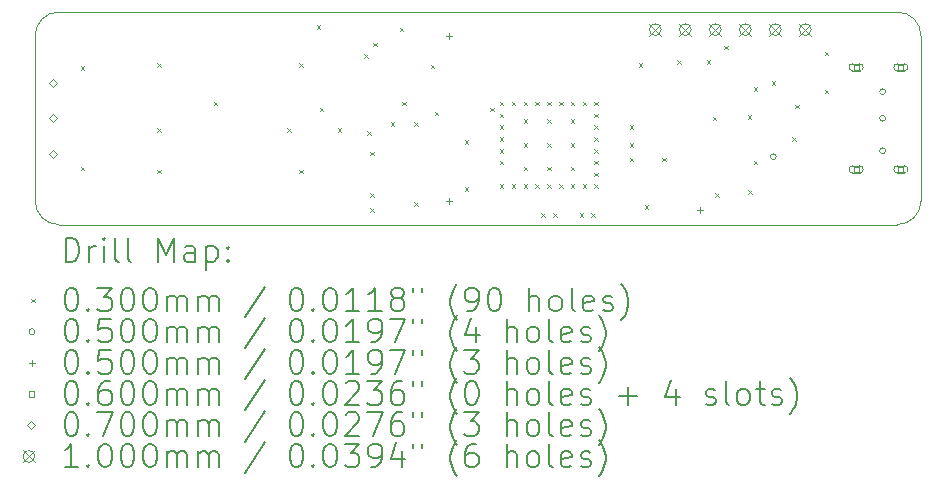
<source format=gbr>
%TF.GenerationSoftware,KiCad,Pcbnew,8.0.4*%
%TF.CreationDate,2025-02-14T17:20:56+11:00*%
%TF.ProjectId,LSG,4c53472e-6b69-4636-9164-5f7063625858,rev?*%
%TF.SameCoordinates,Original*%
%TF.FileFunction,Drillmap*%
%TF.FilePolarity,Positive*%
%FSLAX45Y45*%
G04 Gerber Fmt 4.5, Leading zero omitted, Abs format (unit mm)*
G04 Created by KiCad (PCBNEW 8.0.4) date 2025-02-14 17:20:56*
%MOMM*%
%LPD*%
G01*
G04 APERTURE LIST*
%ADD10C,0.050000*%
%ADD11C,0.200000*%
%ADD12C,0.100000*%
G04 APERTURE END LIST*
D10*
X0Y900000D02*
X3550000Y900000D01*
X0Y-900000D02*
X3550000Y-900000D01*
X3750000Y-700000D02*
X3750000Y700000D01*
X-3750000Y-700000D02*
X-3750000Y700000D01*
X3750000Y-700000D02*
G75*
G02*
X3550000Y-900000I-200000J0D01*
G01*
X3550000Y900000D02*
G75*
G02*
X3750000Y700000I0J-200000D01*
G01*
X0Y900000D02*
X-3550000Y900000D01*
X-3750000Y700000D02*
G75*
G02*
X-3550000Y900000I200000J0D01*
G01*
X-3550000Y-900000D02*
G75*
G02*
X-3750000Y-700000I0J200000D01*
G01*
X0Y-900000D02*
X-3550000Y-900000D01*
D11*
D12*
X-3365000Y440000D02*
X-3335000Y410000D01*
X-3335000Y440000D02*
X-3365000Y410000D01*
X-3365000Y-410000D02*
X-3335000Y-440000D01*
X-3335000Y-410000D02*
X-3365000Y-440000D01*
X-2715000Y465000D02*
X-2685000Y435000D01*
X-2685000Y465000D02*
X-2715000Y435000D01*
X-2715000Y-85000D02*
X-2685000Y-115000D01*
X-2685000Y-85000D02*
X-2715000Y-115000D01*
X-2715000Y-435000D02*
X-2685000Y-465000D01*
X-2685000Y-435000D02*
X-2715000Y-465000D01*
X-2240000Y140000D02*
X-2210000Y110000D01*
X-2210000Y140000D02*
X-2240000Y110000D01*
X-1615000Y-85000D02*
X-1585000Y-115000D01*
X-1585000Y-85000D02*
X-1615000Y-115000D01*
X-1515000Y465000D02*
X-1485000Y435000D01*
X-1485000Y465000D02*
X-1515000Y435000D01*
X-1515000Y-435000D02*
X-1485000Y-465000D01*
X-1485000Y-435000D02*
X-1515000Y-465000D01*
X-1365000Y790000D02*
X-1335000Y760000D01*
X-1335000Y790000D02*
X-1365000Y760000D01*
X-1340000Y90000D02*
X-1310000Y60000D01*
X-1310000Y90000D02*
X-1340000Y60000D01*
X-1190000Y-85000D02*
X-1160000Y-115000D01*
X-1160000Y-85000D02*
X-1190000Y-115000D01*
X-965000Y540000D02*
X-935000Y510000D01*
X-935000Y540000D02*
X-965000Y510000D01*
X-940000Y-110000D02*
X-910000Y-140000D01*
X-910000Y-110000D02*
X-940000Y-140000D01*
X-915000Y-285000D02*
X-885000Y-315000D01*
X-885000Y-285000D02*
X-915000Y-315000D01*
X-915000Y-635000D02*
X-885000Y-665000D01*
X-885000Y-635000D02*
X-915000Y-665000D01*
X-915000Y-760000D02*
X-885000Y-790000D01*
X-885000Y-760000D02*
X-915000Y-790000D01*
X-890000Y640000D02*
X-860000Y610000D01*
X-860000Y640000D02*
X-890000Y610000D01*
X-740000Y-35000D02*
X-710000Y-65000D01*
X-710000Y-35000D02*
X-740000Y-65000D01*
X-665000Y765000D02*
X-635000Y735000D01*
X-635000Y765000D02*
X-665000Y735000D01*
X-640000Y140000D02*
X-610000Y110000D01*
X-610000Y140000D02*
X-640000Y110000D01*
X-540000Y-35000D02*
X-510000Y-65000D01*
X-510000Y-35000D02*
X-540000Y-65000D01*
X-540000Y-710000D02*
X-510000Y-740000D01*
X-510000Y-710000D02*
X-540000Y-740000D01*
X-402500Y452500D02*
X-372500Y422500D01*
X-372500Y452500D02*
X-402500Y422500D01*
X-367177Y57324D02*
X-337177Y27324D01*
X-337177Y57324D02*
X-367177Y27324D01*
X-115000Y-185000D02*
X-85000Y-215000D01*
X-85000Y-185000D02*
X-115000Y-215000D01*
X-115000Y-585000D02*
X-85000Y-615000D01*
X-85000Y-585000D02*
X-115000Y-615000D01*
X105000Y90000D02*
X135000Y60000D01*
X135000Y90000D02*
X105000Y60000D01*
X185000Y140000D02*
X215000Y110000D01*
X215000Y140000D02*
X185000Y110000D01*
X185000Y40000D02*
X215000Y10000D01*
X215000Y40000D02*
X185000Y10000D01*
X185000Y-60000D02*
X215000Y-90000D01*
X215000Y-60000D02*
X185000Y-90000D01*
X185000Y-160000D02*
X215000Y-190000D01*
X215000Y-160000D02*
X185000Y-190000D01*
X185000Y-260000D02*
X215000Y-290000D01*
X215000Y-260000D02*
X185000Y-290000D01*
X185000Y-360000D02*
X215000Y-390000D01*
X215000Y-360000D02*
X185000Y-390000D01*
X185000Y-560000D02*
X215000Y-590000D01*
X215000Y-560000D02*
X185000Y-590000D01*
X285000Y140000D02*
X315000Y110000D01*
X315000Y140000D02*
X285000Y110000D01*
X285000Y-560000D02*
X315000Y-590000D01*
X315000Y-560000D02*
X285000Y-590000D01*
X385000Y140000D02*
X415000Y110000D01*
X415000Y140000D02*
X385000Y110000D01*
X385000Y-10000D02*
X415000Y-40000D01*
X415000Y-10000D02*
X385000Y-40000D01*
X385000Y-210000D02*
X415000Y-240000D01*
X415000Y-210000D02*
X385000Y-240000D01*
X385000Y-410000D02*
X415000Y-440000D01*
X415000Y-410000D02*
X385000Y-440000D01*
X385000Y-560000D02*
X415000Y-590000D01*
X415000Y-560000D02*
X385000Y-590000D01*
X485000Y140000D02*
X515000Y110000D01*
X515000Y140000D02*
X485000Y110000D01*
X485000Y-560000D02*
X515000Y-590000D01*
X515000Y-560000D02*
X485000Y-590000D01*
X535000Y-805000D02*
X565000Y-835000D01*
X565000Y-805000D02*
X535000Y-835000D01*
X585000Y140000D02*
X615000Y110000D01*
X615000Y140000D02*
X585000Y110000D01*
X585000Y-10000D02*
X615000Y-40000D01*
X615000Y-10000D02*
X585000Y-40000D01*
X585000Y-210000D02*
X615000Y-240000D01*
X615000Y-210000D02*
X585000Y-240000D01*
X585000Y-410000D02*
X615000Y-440000D01*
X615000Y-410000D02*
X585000Y-440000D01*
X585000Y-560000D02*
X615000Y-590000D01*
X615000Y-560000D02*
X585000Y-590000D01*
X635000Y-805000D02*
X665000Y-835000D01*
X665000Y-805000D02*
X635000Y-835000D01*
X685000Y140000D02*
X715000Y110000D01*
X715000Y140000D02*
X685000Y110000D01*
X685000Y-560000D02*
X715000Y-590000D01*
X715000Y-560000D02*
X685000Y-590000D01*
X785000Y140000D02*
X815000Y110000D01*
X815000Y140000D02*
X785000Y110000D01*
X785000Y-10000D02*
X815000Y-40000D01*
X815000Y-10000D02*
X785000Y-40000D01*
X785000Y-210000D02*
X815000Y-240000D01*
X815000Y-210000D02*
X785000Y-240000D01*
X785000Y-410000D02*
X815000Y-440000D01*
X815000Y-410000D02*
X785000Y-440000D01*
X785000Y-560000D02*
X815000Y-590000D01*
X815000Y-560000D02*
X785000Y-590000D01*
X860000Y-805000D02*
X890000Y-835000D01*
X890000Y-805000D02*
X860000Y-835000D01*
X885000Y140000D02*
X915000Y110000D01*
X915000Y140000D02*
X885000Y110000D01*
X885000Y-560000D02*
X915000Y-590000D01*
X915000Y-560000D02*
X885000Y-590000D01*
X960000Y-805000D02*
X990000Y-835000D01*
X990000Y-805000D02*
X960000Y-835000D01*
X985000Y140000D02*
X1015000Y110000D01*
X1015000Y140000D02*
X985000Y110000D01*
X985000Y40000D02*
X1015000Y10000D01*
X1015000Y40000D02*
X985000Y10000D01*
X985000Y-60000D02*
X1015000Y-90000D01*
X1015000Y-60000D02*
X985000Y-90000D01*
X985000Y-160000D02*
X1015000Y-190000D01*
X1015000Y-160000D02*
X985000Y-190000D01*
X985000Y-260000D02*
X1015000Y-290000D01*
X1015000Y-260000D02*
X985000Y-290000D01*
X985000Y-360000D02*
X1015000Y-390000D01*
X1015000Y-360000D02*
X985000Y-390000D01*
X985000Y-460000D02*
X1015000Y-490000D01*
X1015000Y-460000D02*
X985000Y-490000D01*
X985000Y-560000D02*
X1015000Y-590000D01*
X1015000Y-560000D02*
X985000Y-590000D01*
X1285000Y-60000D02*
X1315000Y-90000D01*
X1315000Y-60000D02*
X1285000Y-90000D01*
X1285000Y-210000D02*
X1315000Y-240000D01*
X1315000Y-210000D02*
X1285000Y-240000D01*
X1285000Y-335000D02*
X1315000Y-365000D01*
X1315000Y-335000D02*
X1285000Y-365000D01*
X1360000Y465000D02*
X1390000Y435000D01*
X1390000Y465000D02*
X1360000Y435000D01*
X1410000Y-735000D02*
X1440000Y-765000D01*
X1440000Y-735000D02*
X1410000Y-765000D01*
X1560000Y-335000D02*
X1590000Y-365000D01*
X1590000Y-335000D02*
X1560000Y-365000D01*
X1685000Y490000D02*
X1715000Y460000D01*
X1715000Y490000D02*
X1685000Y460000D01*
X1935000Y490000D02*
X1965000Y460000D01*
X1965000Y490000D02*
X1935000Y460000D01*
X1985000Y15000D02*
X2015000Y-15000D01*
X2015000Y15000D02*
X1985000Y-15000D01*
X2010000Y-635000D02*
X2040000Y-665000D01*
X2040000Y-635000D02*
X2010000Y-665000D01*
X2085000Y615000D02*
X2115000Y585000D01*
X2115000Y615000D02*
X2085000Y585000D01*
X2282295Y27442D02*
X2312295Y-2558D01*
X2312295Y27442D02*
X2282295Y-2558D01*
X2285000Y-610000D02*
X2315000Y-640000D01*
X2315000Y-610000D02*
X2285000Y-640000D01*
X2335000Y265000D02*
X2365000Y235000D01*
X2365000Y265000D02*
X2335000Y235000D01*
X2335000Y-360000D02*
X2365000Y-390000D01*
X2365000Y-360000D02*
X2335000Y-390000D01*
X2485000Y315000D02*
X2515000Y285000D01*
X2515000Y315000D02*
X2485000Y285000D01*
X2660000Y-160000D02*
X2690000Y-190000D01*
X2690000Y-160000D02*
X2660000Y-190000D01*
X2685000Y115000D02*
X2715000Y85000D01*
X2715000Y115000D02*
X2685000Y85000D01*
X2935000Y565000D02*
X2965000Y535000D01*
X2965000Y565000D02*
X2935000Y535000D01*
X2935000Y240000D02*
X2965000Y210000D01*
X2965000Y240000D02*
X2935000Y210000D01*
X2525000Y-325000D02*
G75*
G02*
X2475000Y-325000I-25000J0D01*
G01*
X2475000Y-325000D02*
G75*
G02*
X2525000Y-325000I25000J0D01*
G01*
X3450000Y225000D02*
G75*
G02*
X3400000Y225000I-25000J0D01*
G01*
X3400000Y225000D02*
G75*
G02*
X3450000Y225000I25000J0D01*
G01*
X3450000Y0D02*
G75*
G02*
X3400000Y0I-25000J0D01*
G01*
X3400000Y0D02*
G75*
G02*
X3450000Y0I25000J0D01*
G01*
X3450000Y-275000D02*
G75*
G02*
X3400000Y-275000I-25000J0D01*
G01*
X3400000Y-275000D02*
G75*
G02*
X3450000Y-275000I25000J0D01*
G01*
X-250000Y725000D02*
X-250000Y675000D01*
X-275000Y700000D02*
X-225000Y700000D01*
X-250000Y-675000D02*
X-250000Y-725000D01*
X-275000Y-700000D02*
X-225000Y-700000D01*
X1882500Y-750000D02*
X1882500Y-800000D01*
X1857500Y-775000D02*
X1907500Y-775000D01*
X3221213Y410787D02*
X3221213Y453213D01*
X3178787Y453213D01*
X3178787Y410787D01*
X3221213Y410787D01*
X3170000Y402000D02*
X3230000Y402000D01*
X3230000Y462000D02*
G75*
G02*
X3230000Y402000I0J-30000D01*
G01*
X3230000Y462000D02*
X3170000Y462000D01*
X3170000Y462000D02*
G75*
G03*
X3170000Y402000I0J-30000D01*
G01*
X3221213Y-453213D02*
X3221213Y-410787D01*
X3178787Y-410787D01*
X3178787Y-453213D01*
X3221213Y-453213D01*
X3170000Y-462000D02*
X3230000Y-462000D01*
X3230000Y-402000D02*
G75*
G02*
X3230000Y-462000I0J-30000D01*
G01*
X3230000Y-402000D02*
X3170000Y-402000D01*
X3170000Y-402000D02*
G75*
G03*
X3170000Y-462000I0J-30000D01*
G01*
X3601213Y410787D02*
X3601213Y453213D01*
X3558787Y453213D01*
X3558787Y410787D01*
X3601213Y410787D01*
X3550000Y402000D02*
X3610000Y402000D01*
X3610000Y462000D02*
G75*
G02*
X3610000Y402000I0J-30000D01*
G01*
X3610000Y462000D02*
X3550000Y462000D01*
X3550000Y462000D02*
G75*
G03*
X3550000Y402000I0J-30000D01*
G01*
X3601213Y-453213D02*
X3601213Y-410787D01*
X3558787Y-410787D01*
X3558787Y-453213D01*
X3601213Y-453213D01*
X3550000Y-462000D02*
X3610000Y-462000D01*
X3610000Y-402000D02*
G75*
G02*
X3610000Y-462000I0J-30000D01*
G01*
X3610000Y-402000D02*
X3550000Y-402000D01*
X3550000Y-402000D02*
G75*
G03*
X3550000Y-462000I0J-30000D01*
G01*
X-3600000Y265000D02*
X-3565000Y300000D01*
X-3600000Y335000D01*
X-3635000Y300000D01*
X-3600000Y265000D01*
X-3600000Y-35000D02*
X-3565000Y0D01*
X-3600000Y35000D01*
X-3635000Y0D01*
X-3600000Y-35000D01*
X-3600000Y-335000D02*
X-3565000Y-300000D01*
X-3600000Y-265000D01*
X-3635000Y-300000D01*
X-3600000Y-335000D01*
X1450000Y800000D02*
X1550000Y700000D01*
X1550000Y800000D02*
X1450000Y700000D01*
X1550000Y750000D02*
G75*
G02*
X1450000Y750000I-50000J0D01*
G01*
X1450000Y750000D02*
G75*
G02*
X1550000Y750000I50000J0D01*
G01*
X1704000Y800000D02*
X1804000Y700000D01*
X1804000Y800000D02*
X1704000Y700000D01*
X1804000Y750000D02*
G75*
G02*
X1704000Y750000I-50000J0D01*
G01*
X1704000Y750000D02*
G75*
G02*
X1804000Y750000I50000J0D01*
G01*
X1958000Y800000D02*
X2058000Y700000D01*
X2058000Y800000D02*
X1958000Y700000D01*
X2058000Y750000D02*
G75*
G02*
X1958000Y750000I-50000J0D01*
G01*
X1958000Y750000D02*
G75*
G02*
X2058000Y750000I50000J0D01*
G01*
X2212000Y800000D02*
X2312000Y700000D01*
X2312000Y800000D02*
X2212000Y700000D01*
X2312000Y750000D02*
G75*
G02*
X2212000Y750000I-50000J0D01*
G01*
X2212000Y750000D02*
G75*
G02*
X2312000Y750000I50000J0D01*
G01*
X2466000Y800000D02*
X2566000Y700000D01*
X2566000Y800000D02*
X2466000Y700000D01*
X2566000Y750000D02*
G75*
G02*
X2466000Y750000I-50000J0D01*
G01*
X2466000Y750000D02*
G75*
G02*
X2566000Y750000I50000J0D01*
G01*
X2720000Y800000D02*
X2820000Y700000D01*
X2820000Y800000D02*
X2720000Y700000D01*
X2820000Y750000D02*
G75*
G02*
X2720000Y750000I-50000J0D01*
G01*
X2720000Y750000D02*
G75*
G02*
X2820000Y750000I50000J0D01*
G01*
D11*
X-3491723Y-1213984D02*
X-3491723Y-1013984D01*
X-3491723Y-1013984D02*
X-3444104Y-1013984D01*
X-3444104Y-1013984D02*
X-3415533Y-1023508D01*
X-3415533Y-1023508D02*
X-3396485Y-1042555D01*
X-3396485Y-1042555D02*
X-3386961Y-1061603D01*
X-3386961Y-1061603D02*
X-3377437Y-1099698D01*
X-3377437Y-1099698D02*
X-3377437Y-1128270D01*
X-3377437Y-1128270D02*
X-3386961Y-1166365D01*
X-3386961Y-1166365D02*
X-3396485Y-1185412D01*
X-3396485Y-1185412D02*
X-3415533Y-1204460D01*
X-3415533Y-1204460D02*
X-3444104Y-1213984D01*
X-3444104Y-1213984D02*
X-3491723Y-1213984D01*
X-3291723Y-1213984D02*
X-3291723Y-1080650D01*
X-3291723Y-1118746D02*
X-3282199Y-1099698D01*
X-3282199Y-1099698D02*
X-3272675Y-1090174D01*
X-3272675Y-1090174D02*
X-3253628Y-1080650D01*
X-3253628Y-1080650D02*
X-3234580Y-1080650D01*
X-3167914Y-1213984D02*
X-3167914Y-1080650D01*
X-3167914Y-1013984D02*
X-3177437Y-1023508D01*
X-3177437Y-1023508D02*
X-3167914Y-1033031D01*
X-3167914Y-1033031D02*
X-3158390Y-1023508D01*
X-3158390Y-1023508D02*
X-3167914Y-1013984D01*
X-3167914Y-1013984D02*
X-3167914Y-1033031D01*
X-3044104Y-1213984D02*
X-3063152Y-1204460D01*
X-3063152Y-1204460D02*
X-3072675Y-1185412D01*
X-3072675Y-1185412D02*
X-3072675Y-1013984D01*
X-2939342Y-1213984D02*
X-2958390Y-1204460D01*
X-2958390Y-1204460D02*
X-2967914Y-1185412D01*
X-2967914Y-1185412D02*
X-2967914Y-1013984D01*
X-2710771Y-1213984D02*
X-2710771Y-1013984D01*
X-2710771Y-1013984D02*
X-2644104Y-1156841D01*
X-2644104Y-1156841D02*
X-2577437Y-1013984D01*
X-2577437Y-1013984D02*
X-2577437Y-1213984D01*
X-2396485Y-1213984D02*
X-2396485Y-1109222D01*
X-2396485Y-1109222D02*
X-2406009Y-1090174D01*
X-2406009Y-1090174D02*
X-2425056Y-1080650D01*
X-2425056Y-1080650D02*
X-2463152Y-1080650D01*
X-2463152Y-1080650D02*
X-2482199Y-1090174D01*
X-2396485Y-1204460D02*
X-2415533Y-1213984D01*
X-2415533Y-1213984D02*
X-2463152Y-1213984D01*
X-2463152Y-1213984D02*
X-2482199Y-1204460D01*
X-2482199Y-1204460D02*
X-2491723Y-1185412D01*
X-2491723Y-1185412D02*
X-2491723Y-1166365D01*
X-2491723Y-1166365D02*
X-2482199Y-1147317D01*
X-2482199Y-1147317D02*
X-2463152Y-1137793D01*
X-2463152Y-1137793D02*
X-2415533Y-1137793D01*
X-2415533Y-1137793D02*
X-2396485Y-1128270D01*
X-2301247Y-1080650D02*
X-2301247Y-1280650D01*
X-2301247Y-1090174D02*
X-2282199Y-1080650D01*
X-2282199Y-1080650D02*
X-2244104Y-1080650D01*
X-2244104Y-1080650D02*
X-2225056Y-1090174D01*
X-2225056Y-1090174D02*
X-2215533Y-1099698D01*
X-2215533Y-1099698D02*
X-2206009Y-1118746D01*
X-2206009Y-1118746D02*
X-2206009Y-1175889D01*
X-2206009Y-1175889D02*
X-2215533Y-1194936D01*
X-2215533Y-1194936D02*
X-2225056Y-1204460D01*
X-2225056Y-1204460D02*
X-2244104Y-1213984D01*
X-2244104Y-1213984D02*
X-2282199Y-1213984D01*
X-2282199Y-1213984D02*
X-2301247Y-1204460D01*
X-2120295Y-1194936D02*
X-2110771Y-1204460D01*
X-2110771Y-1204460D02*
X-2120295Y-1213984D01*
X-2120295Y-1213984D02*
X-2129818Y-1204460D01*
X-2129818Y-1204460D02*
X-2120295Y-1194936D01*
X-2120295Y-1194936D02*
X-2120295Y-1213984D01*
X-2120295Y-1090174D02*
X-2110771Y-1099698D01*
X-2110771Y-1099698D02*
X-2120295Y-1109222D01*
X-2120295Y-1109222D02*
X-2129818Y-1099698D01*
X-2129818Y-1099698D02*
X-2120295Y-1090174D01*
X-2120295Y-1090174D02*
X-2120295Y-1109222D01*
D12*
X-3782500Y-1527500D02*
X-3752500Y-1557500D01*
X-3752500Y-1527500D02*
X-3782500Y-1557500D01*
D11*
X-3453628Y-1433984D02*
X-3434580Y-1433984D01*
X-3434580Y-1433984D02*
X-3415533Y-1443508D01*
X-3415533Y-1443508D02*
X-3406009Y-1453031D01*
X-3406009Y-1453031D02*
X-3396485Y-1472079D01*
X-3396485Y-1472079D02*
X-3386961Y-1510174D01*
X-3386961Y-1510174D02*
X-3386961Y-1557793D01*
X-3386961Y-1557793D02*
X-3396485Y-1595888D01*
X-3396485Y-1595888D02*
X-3406009Y-1614936D01*
X-3406009Y-1614936D02*
X-3415533Y-1624460D01*
X-3415533Y-1624460D02*
X-3434580Y-1633984D01*
X-3434580Y-1633984D02*
X-3453628Y-1633984D01*
X-3453628Y-1633984D02*
X-3472675Y-1624460D01*
X-3472675Y-1624460D02*
X-3482199Y-1614936D01*
X-3482199Y-1614936D02*
X-3491723Y-1595888D01*
X-3491723Y-1595888D02*
X-3501247Y-1557793D01*
X-3501247Y-1557793D02*
X-3501247Y-1510174D01*
X-3501247Y-1510174D02*
X-3491723Y-1472079D01*
X-3491723Y-1472079D02*
X-3482199Y-1453031D01*
X-3482199Y-1453031D02*
X-3472675Y-1443508D01*
X-3472675Y-1443508D02*
X-3453628Y-1433984D01*
X-3301247Y-1614936D02*
X-3291723Y-1624460D01*
X-3291723Y-1624460D02*
X-3301247Y-1633984D01*
X-3301247Y-1633984D02*
X-3310771Y-1624460D01*
X-3310771Y-1624460D02*
X-3301247Y-1614936D01*
X-3301247Y-1614936D02*
X-3301247Y-1633984D01*
X-3225056Y-1433984D02*
X-3101247Y-1433984D01*
X-3101247Y-1433984D02*
X-3167914Y-1510174D01*
X-3167914Y-1510174D02*
X-3139342Y-1510174D01*
X-3139342Y-1510174D02*
X-3120294Y-1519698D01*
X-3120294Y-1519698D02*
X-3110771Y-1529222D01*
X-3110771Y-1529222D02*
X-3101247Y-1548269D01*
X-3101247Y-1548269D02*
X-3101247Y-1595888D01*
X-3101247Y-1595888D02*
X-3110771Y-1614936D01*
X-3110771Y-1614936D02*
X-3120294Y-1624460D01*
X-3120294Y-1624460D02*
X-3139342Y-1633984D01*
X-3139342Y-1633984D02*
X-3196485Y-1633984D01*
X-3196485Y-1633984D02*
X-3215533Y-1624460D01*
X-3215533Y-1624460D02*
X-3225056Y-1614936D01*
X-2977437Y-1433984D02*
X-2958390Y-1433984D01*
X-2958390Y-1433984D02*
X-2939342Y-1443508D01*
X-2939342Y-1443508D02*
X-2929818Y-1453031D01*
X-2929818Y-1453031D02*
X-2920294Y-1472079D01*
X-2920294Y-1472079D02*
X-2910771Y-1510174D01*
X-2910771Y-1510174D02*
X-2910771Y-1557793D01*
X-2910771Y-1557793D02*
X-2920294Y-1595888D01*
X-2920294Y-1595888D02*
X-2929818Y-1614936D01*
X-2929818Y-1614936D02*
X-2939342Y-1624460D01*
X-2939342Y-1624460D02*
X-2958390Y-1633984D01*
X-2958390Y-1633984D02*
X-2977437Y-1633984D01*
X-2977437Y-1633984D02*
X-2996485Y-1624460D01*
X-2996485Y-1624460D02*
X-3006009Y-1614936D01*
X-3006009Y-1614936D02*
X-3015533Y-1595888D01*
X-3015533Y-1595888D02*
X-3025056Y-1557793D01*
X-3025056Y-1557793D02*
X-3025056Y-1510174D01*
X-3025056Y-1510174D02*
X-3015533Y-1472079D01*
X-3015533Y-1472079D02*
X-3006009Y-1453031D01*
X-3006009Y-1453031D02*
X-2996485Y-1443508D01*
X-2996485Y-1443508D02*
X-2977437Y-1433984D01*
X-2786961Y-1433984D02*
X-2767914Y-1433984D01*
X-2767914Y-1433984D02*
X-2748866Y-1443508D01*
X-2748866Y-1443508D02*
X-2739342Y-1453031D01*
X-2739342Y-1453031D02*
X-2729818Y-1472079D01*
X-2729818Y-1472079D02*
X-2720295Y-1510174D01*
X-2720295Y-1510174D02*
X-2720295Y-1557793D01*
X-2720295Y-1557793D02*
X-2729818Y-1595888D01*
X-2729818Y-1595888D02*
X-2739342Y-1614936D01*
X-2739342Y-1614936D02*
X-2748866Y-1624460D01*
X-2748866Y-1624460D02*
X-2767914Y-1633984D01*
X-2767914Y-1633984D02*
X-2786961Y-1633984D01*
X-2786961Y-1633984D02*
X-2806009Y-1624460D01*
X-2806009Y-1624460D02*
X-2815533Y-1614936D01*
X-2815533Y-1614936D02*
X-2825056Y-1595888D01*
X-2825056Y-1595888D02*
X-2834580Y-1557793D01*
X-2834580Y-1557793D02*
X-2834580Y-1510174D01*
X-2834580Y-1510174D02*
X-2825056Y-1472079D01*
X-2825056Y-1472079D02*
X-2815533Y-1453031D01*
X-2815533Y-1453031D02*
X-2806009Y-1443508D01*
X-2806009Y-1443508D02*
X-2786961Y-1433984D01*
X-2634580Y-1633984D02*
X-2634580Y-1500650D01*
X-2634580Y-1519698D02*
X-2625056Y-1510174D01*
X-2625056Y-1510174D02*
X-2606009Y-1500650D01*
X-2606009Y-1500650D02*
X-2577437Y-1500650D01*
X-2577437Y-1500650D02*
X-2558390Y-1510174D01*
X-2558390Y-1510174D02*
X-2548866Y-1529222D01*
X-2548866Y-1529222D02*
X-2548866Y-1633984D01*
X-2548866Y-1529222D02*
X-2539342Y-1510174D01*
X-2539342Y-1510174D02*
X-2520295Y-1500650D01*
X-2520295Y-1500650D02*
X-2491723Y-1500650D01*
X-2491723Y-1500650D02*
X-2472675Y-1510174D01*
X-2472675Y-1510174D02*
X-2463152Y-1529222D01*
X-2463152Y-1529222D02*
X-2463152Y-1633984D01*
X-2367914Y-1633984D02*
X-2367914Y-1500650D01*
X-2367914Y-1519698D02*
X-2358390Y-1510174D01*
X-2358390Y-1510174D02*
X-2339342Y-1500650D01*
X-2339342Y-1500650D02*
X-2310771Y-1500650D01*
X-2310771Y-1500650D02*
X-2291723Y-1510174D01*
X-2291723Y-1510174D02*
X-2282199Y-1529222D01*
X-2282199Y-1529222D02*
X-2282199Y-1633984D01*
X-2282199Y-1529222D02*
X-2272675Y-1510174D01*
X-2272675Y-1510174D02*
X-2253628Y-1500650D01*
X-2253628Y-1500650D02*
X-2225056Y-1500650D01*
X-2225056Y-1500650D02*
X-2206009Y-1510174D01*
X-2206009Y-1510174D02*
X-2196485Y-1529222D01*
X-2196485Y-1529222D02*
X-2196485Y-1633984D01*
X-1806009Y-1424460D02*
X-1977437Y-1681603D01*
X-1548866Y-1433984D02*
X-1529818Y-1433984D01*
X-1529818Y-1433984D02*
X-1510770Y-1443508D01*
X-1510770Y-1443508D02*
X-1501247Y-1453031D01*
X-1501247Y-1453031D02*
X-1491723Y-1472079D01*
X-1491723Y-1472079D02*
X-1482199Y-1510174D01*
X-1482199Y-1510174D02*
X-1482199Y-1557793D01*
X-1482199Y-1557793D02*
X-1491723Y-1595888D01*
X-1491723Y-1595888D02*
X-1501247Y-1614936D01*
X-1501247Y-1614936D02*
X-1510770Y-1624460D01*
X-1510770Y-1624460D02*
X-1529818Y-1633984D01*
X-1529818Y-1633984D02*
X-1548866Y-1633984D01*
X-1548866Y-1633984D02*
X-1567913Y-1624460D01*
X-1567913Y-1624460D02*
X-1577437Y-1614936D01*
X-1577437Y-1614936D02*
X-1586961Y-1595888D01*
X-1586961Y-1595888D02*
X-1596485Y-1557793D01*
X-1596485Y-1557793D02*
X-1596485Y-1510174D01*
X-1596485Y-1510174D02*
X-1586961Y-1472079D01*
X-1586961Y-1472079D02*
X-1577437Y-1453031D01*
X-1577437Y-1453031D02*
X-1567913Y-1443508D01*
X-1567913Y-1443508D02*
X-1548866Y-1433984D01*
X-1396485Y-1614936D02*
X-1386961Y-1624460D01*
X-1386961Y-1624460D02*
X-1396485Y-1633984D01*
X-1396485Y-1633984D02*
X-1406009Y-1624460D01*
X-1406009Y-1624460D02*
X-1396485Y-1614936D01*
X-1396485Y-1614936D02*
X-1396485Y-1633984D01*
X-1263152Y-1433984D02*
X-1244104Y-1433984D01*
X-1244104Y-1433984D02*
X-1225056Y-1443508D01*
X-1225056Y-1443508D02*
X-1215532Y-1453031D01*
X-1215532Y-1453031D02*
X-1206009Y-1472079D01*
X-1206009Y-1472079D02*
X-1196485Y-1510174D01*
X-1196485Y-1510174D02*
X-1196485Y-1557793D01*
X-1196485Y-1557793D02*
X-1206009Y-1595888D01*
X-1206009Y-1595888D02*
X-1215532Y-1614936D01*
X-1215532Y-1614936D02*
X-1225056Y-1624460D01*
X-1225056Y-1624460D02*
X-1244104Y-1633984D01*
X-1244104Y-1633984D02*
X-1263152Y-1633984D01*
X-1263152Y-1633984D02*
X-1282199Y-1624460D01*
X-1282199Y-1624460D02*
X-1291723Y-1614936D01*
X-1291723Y-1614936D02*
X-1301247Y-1595888D01*
X-1301247Y-1595888D02*
X-1310771Y-1557793D01*
X-1310771Y-1557793D02*
X-1310771Y-1510174D01*
X-1310771Y-1510174D02*
X-1301247Y-1472079D01*
X-1301247Y-1472079D02*
X-1291723Y-1453031D01*
X-1291723Y-1453031D02*
X-1282199Y-1443508D01*
X-1282199Y-1443508D02*
X-1263152Y-1433984D01*
X-1006009Y-1633984D02*
X-1120294Y-1633984D01*
X-1063152Y-1633984D02*
X-1063152Y-1433984D01*
X-1063152Y-1433984D02*
X-1082199Y-1462555D01*
X-1082199Y-1462555D02*
X-1101247Y-1481603D01*
X-1101247Y-1481603D02*
X-1120294Y-1491127D01*
X-815532Y-1633984D02*
X-929818Y-1633984D01*
X-872675Y-1633984D02*
X-872675Y-1433984D01*
X-872675Y-1433984D02*
X-891723Y-1462555D01*
X-891723Y-1462555D02*
X-910770Y-1481603D01*
X-910770Y-1481603D02*
X-929818Y-1491127D01*
X-701247Y-1519698D02*
X-720294Y-1510174D01*
X-720294Y-1510174D02*
X-729818Y-1500650D01*
X-729818Y-1500650D02*
X-739342Y-1481603D01*
X-739342Y-1481603D02*
X-739342Y-1472079D01*
X-739342Y-1472079D02*
X-729818Y-1453031D01*
X-729818Y-1453031D02*
X-720294Y-1443508D01*
X-720294Y-1443508D02*
X-701247Y-1433984D01*
X-701247Y-1433984D02*
X-663151Y-1433984D01*
X-663151Y-1433984D02*
X-644104Y-1443508D01*
X-644104Y-1443508D02*
X-634580Y-1453031D01*
X-634580Y-1453031D02*
X-625056Y-1472079D01*
X-625056Y-1472079D02*
X-625056Y-1481603D01*
X-625056Y-1481603D02*
X-634580Y-1500650D01*
X-634580Y-1500650D02*
X-644104Y-1510174D01*
X-644104Y-1510174D02*
X-663151Y-1519698D01*
X-663151Y-1519698D02*
X-701247Y-1519698D01*
X-701247Y-1519698D02*
X-720294Y-1529222D01*
X-720294Y-1529222D02*
X-729818Y-1538746D01*
X-729818Y-1538746D02*
X-739342Y-1557793D01*
X-739342Y-1557793D02*
X-739342Y-1595888D01*
X-739342Y-1595888D02*
X-729818Y-1614936D01*
X-729818Y-1614936D02*
X-720294Y-1624460D01*
X-720294Y-1624460D02*
X-701247Y-1633984D01*
X-701247Y-1633984D02*
X-663151Y-1633984D01*
X-663151Y-1633984D02*
X-644104Y-1624460D01*
X-644104Y-1624460D02*
X-634580Y-1614936D01*
X-634580Y-1614936D02*
X-625056Y-1595888D01*
X-625056Y-1595888D02*
X-625056Y-1557793D01*
X-625056Y-1557793D02*
X-634580Y-1538746D01*
X-634580Y-1538746D02*
X-644104Y-1529222D01*
X-644104Y-1529222D02*
X-663151Y-1519698D01*
X-548866Y-1433984D02*
X-548866Y-1472079D01*
X-472675Y-1433984D02*
X-472675Y-1472079D01*
X-177437Y-1710174D02*
X-186961Y-1700650D01*
X-186961Y-1700650D02*
X-206008Y-1672079D01*
X-206008Y-1672079D02*
X-215532Y-1653031D01*
X-215532Y-1653031D02*
X-225056Y-1624460D01*
X-225056Y-1624460D02*
X-234580Y-1576841D01*
X-234580Y-1576841D02*
X-234580Y-1538746D01*
X-234580Y-1538746D02*
X-225056Y-1491127D01*
X-225056Y-1491127D02*
X-215532Y-1462555D01*
X-215532Y-1462555D02*
X-206008Y-1443508D01*
X-206008Y-1443508D02*
X-186961Y-1414936D01*
X-186961Y-1414936D02*
X-177437Y-1405412D01*
X-91723Y-1633984D02*
X-53628Y-1633984D01*
X-53628Y-1633984D02*
X-34580Y-1624460D01*
X-34580Y-1624460D02*
X-25056Y-1614936D01*
X-25056Y-1614936D02*
X-6008Y-1586365D01*
X-6008Y-1586365D02*
X3515Y-1548269D01*
X3515Y-1548269D02*
X3515Y-1472079D01*
X3515Y-1472079D02*
X-6008Y-1453031D01*
X-6008Y-1453031D02*
X-15532Y-1443508D01*
X-15532Y-1443508D02*
X-34580Y-1433984D01*
X-34580Y-1433984D02*
X-72675Y-1433984D01*
X-72675Y-1433984D02*
X-91723Y-1443508D01*
X-91723Y-1443508D02*
X-101247Y-1453031D01*
X-101247Y-1453031D02*
X-110770Y-1472079D01*
X-110770Y-1472079D02*
X-110770Y-1519698D01*
X-110770Y-1519698D02*
X-101247Y-1538746D01*
X-101247Y-1538746D02*
X-91723Y-1548269D01*
X-91723Y-1548269D02*
X-72675Y-1557793D01*
X-72675Y-1557793D02*
X-34580Y-1557793D01*
X-34580Y-1557793D02*
X-15532Y-1548269D01*
X-15532Y-1548269D02*
X-6008Y-1538746D01*
X-6008Y-1538746D02*
X3515Y-1519698D01*
X127325Y-1433984D02*
X146372Y-1433984D01*
X146372Y-1433984D02*
X165420Y-1443508D01*
X165420Y-1443508D02*
X174944Y-1453031D01*
X174944Y-1453031D02*
X184468Y-1472079D01*
X184468Y-1472079D02*
X193991Y-1510174D01*
X193991Y-1510174D02*
X193991Y-1557793D01*
X193991Y-1557793D02*
X184468Y-1595888D01*
X184468Y-1595888D02*
X174944Y-1614936D01*
X174944Y-1614936D02*
X165420Y-1624460D01*
X165420Y-1624460D02*
X146372Y-1633984D01*
X146372Y-1633984D02*
X127325Y-1633984D01*
X127325Y-1633984D02*
X108277Y-1624460D01*
X108277Y-1624460D02*
X98753Y-1614936D01*
X98753Y-1614936D02*
X89229Y-1595888D01*
X89229Y-1595888D02*
X79706Y-1557793D01*
X79706Y-1557793D02*
X79706Y-1510174D01*
X79706Y-1510174D02*
X89229Y-1472079D01*
X89229Y-1472079D02*
X98753Y-1453031D01*
X98753Y-1453031D02*
X108277Y-1443508D01*
X108277Y-1443508D02*
X127325Y-1433984D01*
X432087Y-1633984D02*
X432087Y-1433984D01*
X517801Y-1633984D02*
X517801Y-1529222D01*
X517801Y-1529222D02*
X508277Y-1510174D01*
X508277Y-1510174D02*
X489230Y-1500650D01*
X489230Y-1500650D02*
X460658Y-1500650D01*
X460658Y-1500650D02*
X441610Y-1510174D01*
X441610Y-1510174D02*
X432087Y-1519698D01*
X641611Y-1633984D02*
X622563Y-1624460D01*
X622563Y-1624460D02*
X613039Y-1614936D01*
X613039Y-1614936D02*
X603515Y-1595888D01*
X603515Y-1595888D02*
X603515Y-1538746D01*
X603515Y-1538746D02*
X613039Y-1519698D01*
X613039Y-1519698D02*
X622563Y-1510174D01*
X622563Y-1510174D02*
X641611Y-1500650D01*
X641611Y-1500650D02*
X670182Y-1500650D01*
X670182Y-1500650D02*
X689230Y-1510174D01*
X689230Y-1510174D02*
X698753Y-1519698D01*
X698753Y-1519698D02*
X708277Y-1538746D01*
X708277Y-1538746D02*
X708277Y-1595888D01*
X708277Y-1595888D02*
X698753Y-1614936D01*
X698753Y-1614936D02*
X689230Y-1624460D01*
X689230Y-1624460D02*
X670182Y-1633984D01*
X670182Y-1633984D02*
X641611Y-1633984D01*
X822563Y-1633984D02*
X803515Y-1624460D01*
X803515Y-1624460D02*
X793991Y-1605412D01*
X793991Y-1605412D02*
X793991Y-1433984D01*
X974944Y-1624460D02*
X955896Y-1633984D01*
X955896Y-1633984D02*
X917801Y-1633984D01*
X917801Y-1633984D02*
X898753Y-1624460D01*
X898753Y-1624460D02*
X889230Y-1605412D01*
X889230Y-1605412D02*
X889230Y-1529222D01*
X889230Y-1529222D02*
X898753Y-1510174D01*
X898753Y-1510174D02*
X917801Y-1500650D01*
X917801Y-1500650D02*
X955896Y-1500650D01*
X955896Y-1500650D02*
X974944Y-1510174D01*
X974944Y-1510174D02*
X984468Y-1529222D01*
X984468Y-1529222D02*
X984468Y-1548269D01*
X984468Y-1548269D02*
X889230Y-1567317D01*
X1060658Y-1624460D02*
X1079706Y-1633984D01*
X1079706Y-1633984D02*
X1117801Y-1633984D01*
X1117801Y-1633984D02*
X1136849Y-1624460D01*
X1136849Y-1624460D02*
X1146373Y-1605412D01*
X1146373Y-1605412D02*
X1146373Y-1595888D01*
X1146373Y-1595888D02*
X1136849Y-1576841D01*
X1136849Y-1576841D02*
X1117801Y-1567317D01*
X1117801Y-1567317D02*
X1089230Y-1567317D01*
X1089230Y-1567317D02*
X1070182Y-1557793D01*
X1070182Y-1557793D02*
X1060658Y-1538746D01*
X1060658Y-1538746D02*
X1060658Y-1529222D01*
X1060658Y-1529222D02*
X1070182Y-1510174D01*
X1070182Y-1510174D02*
X1089230Y-1500650D01*
X1089230Y-1500650D02*
X1117801Y-1500650D01*
X1117801Y-1500650D02*
X1136849Y-1510174D01*
X1213039Y-1710174D02*
X1222563Y-1700650D01*
X1222563Y-1700650D02*
X1241611Y-1672079D01*
X1241611Y-1672079D02*
X1251134Y-1653031D01*
X1251134Y-1653031D02*
X1260658Y-1624460D01*
X1260658Y-1624460D02*
X1270182Y-1576841D01*
X1270182Y-1576841D02*
X1270182Y-1538746D01*
X1270182Y-1538746D02*
X1260658Y-1491127D01*
X1260658Y-1491127D02*
X1251134Y-1462555D01*
X1251134Y-1462555D02*
X1241611Y-1443508D01*
X1241611Y-1443508D02*
X1222563Y-1414936D01*
X1222563Y-1414936D02*
X1213039Y-1405412D01*
D12*
X-3752500Y-1806500D02*
G75*
G02*
X-3802500Y-1806500I-25000J0D01*
G01*
X-3802500Y-1806500D02*
G75*
G02*
X-3752500Y-1806500I25000J0D01*
G01*
D11*
X-3453628Y-1697984D02*
X-3434580Y-1697984D01*
X-3434580Y-1697984D02*
X-3415533Y-1707508D01*
X-3415533Y-1707508D02*
X-3406009Y-1717031D01*
X-3406009Y-1717031D02*
X-3396485Y-1736079D01*
X-3396485Y-1736079D02*
X-3386961Y-1774174D01*
X-3386961Y-1774174D02*
X-3386961Y-1821793D01*
X-3386961Y-1821793D02*
X-3396485Y-1859888D01*
X-3396485Y-1859888D02*
X-3406009Y-1878936D01*
X-3406009Y-1878936D02*
X-3415533Y-1888460D01*
X-3415533Y-1888460D02*
X-3434580Y-1897984D01*
X-3434580Y-1897984D02*
X-3453628Y-1897984D01*
X-3453628Y-1897984D02*
X-3472675Y-1888460D01*
X-3472675Y-1888460D02*
X-3482199Y-1878936D01*
X-3482199Y-1878936D02*
X-3491723Y-1859888D01*
X-3491723Y-1859888D02*
X-3501247Y-1821793D01*
X-3501247Y-1821793D02*
X-3501247Y-1774174D01*
X-3501247Y-1774174D02*
X-3491723Y-1736079D01*
X-3491723Y-1736079D02*
X-3482199Y-1717031D01*
X-3482199Y-1717031D02*
X-3472675Y-1707508D01*
X-3472675Y-1707508D02*
X-3453628Y-1697984D01*
X-3301247Y-1878936D02*
X-3291723Y-1888460D01*
X-3291723Y-1888460D02*
X-3301247Y-1897984D01*
X-3301247Y-1897984D02*
X-3310771Y-1888460D01*
X-3310771Y-1888460D02*
X-3301247Y-1878936D01*
X-3301247Y-1878936D02*
X-3301247Y-1897984D01*
X-3110771Y-1697984D02*
X-3206009Y-1697984D01*
X-3206009Y-1697984D02*
X-3215533Y-1793222D01*
X-3215533Y-1793222D02*
X-3206009Y-1783698D01*
X-3206009Y-1783698D02*
X-3186961Y-1774174D01*
X-3186961Y-1774174D02*
X-3139342Y-1774174D01*
X-3139342Y-1774174D02*
X-3120294Y-1783698D01*
X-3120294Y-1783698D02*
X-3110771Y-1793222D01*
X-3110771Y-1793222D02*
X-3101247Y-1812269D01*
X-3101247Y-1812269D02*
X-3101247Y-1859888D01*
X-3101247Y-1859888D02*
X-3110771Y-1878936D01*
X-3110771Y-1878936D02*
X-3120294Y-1888460D01*
X-3120294Y-1888460D02*
X-3139342Y-1897984D01*
X-3139342Y-1897984D02*
X-3186961Y-1897984D01*
X-3186961Y-1897984D02*
X-3206009Y-1888460D01*
X-3206009Y-1888460D02*
X-3215533Y-1878936D01*
X-2977437Y-1697984D02*
X-2958390Y-1697984D01*
X-2958390Y-1697984D02*
X-2939342Y-1707508D01*
X-2939342Y-1707508D02*
X-2929818Y-1717031D01*
X-2929818Y-1717031D02*
X-2920294Y-1736079D01*
X-2920294Y-1736079D02*
X-2910771Y-1774174D01*
X-2910771Y-1774174D02*
X-2910771Y-1821793D01*
X-2910771Y-1821793D02*
X-2920294Y-1859888D01*
X-2920294Y-1859888D02*
X-2929818Y-1878936D01*
X-2929818Y-1878936D02*
X-2939342Y-1888460D01*
X-2939342Y-1888460D02*
X-2958390Y-1897984D01*
X-2958390Y-1897984D02*
X-2977437Y-1897984D01*
X-2977437Y-1897984D02*
X-2996485Y-1888460D01*
X-2996485Y-1888460D02*
X-3006009Y-1878936D01*
X-3006009Y-1878936D02*
X-3015533Y-1859888D01*
X-3015533Y-1859888D02*
X-3025056Y-1821793D01*
X-3025056Y-1821793D02*
X-3025056Y-1774174D01*
X-3025056Y-1774174D02*
X-3015533Y-1736079D01*
X-3015533Y-1736079D02*
X-3006009Y-1717031D01*
X-3006009Y-1717031D02*
X-2996485Y-1707508D01*
X-2996485Y-1707508D02*
X-2977437Y-1697984D01*
X-2786961Y-1697984D02*
X-2767914Y-1697984D01*
X-2767914Y-1697984D02*
X-2748866Y-1707508D01*
X-2748866Y-1707508D02*
X-2739342Y-1717031D01*
X-2739342Y-1717031D02*
X-2729818Y-1736079D01*
X-2729818Y-1736079D02*
X-2720295Y-1774174D01*
X-2720295Y-1774174D02*
X-2720295Y-1821793D01*
X-2720295Y-1821793D02*
X-2729818Y-1859888D01*
X-2729818Y-1859888D02*
X-2739342Y-1878936D01*
X-2739342Y-1878936D02*
X-2748866Y-1888460D01*
X-2748866Y-1888460D02*
X-2767914Y-1897984D01*
X-2767914Y-1897984D02*
X-2786961Y-1897984D01*
X-2786961Y-1897984D02*
X-2806009Y-1888460D01*
X-2806009Y-1888460D02*
X-2815533Y-1878936D01*
X-2815533Y-1878936D02*
X-2825056Y-1859888D01*
X-2825056Y-1859888D02*
X-2834580Y-1821793D01*
X-2834580Y-1821793D02*
X-2834580Y-1774174D01*
X-2834580Y-1774174D02*
X-2825056Y-1736079D01*
X-2825056Y-1736079D02*
X-2815533Y-1717031D01*
X-2815533Y-1717031D02*
X-2806009Y-1707508D01*
X-2806009Y-1707508D02*
X-2786961Y-1697984D01*
X-2634580Y-1897984D02*
X-2634580Y-1764650D01*
X-2634580Y-1783698D02*
X-2625056Y-1774174D01*
X-2625056Y-1774174D02*
X-2606009Y-1764650D01*
X-2606009Y-1764650D02*
X-2577437Y-1764650D01*
X-2577437Y-1764650D02*
X-2558390Y-1774174D01*
X-2558390Y-1774174D02*
X-2548866Y-1793222D01*
X-2548866Y-1793222D02*
X-2548866Y-1897984D01*
X-2548866Y-1793222D02*
X-2539342Y-1774174D01*
X-2539342Y-1774174D02*
X-2520295Y-1764650D01*
X-2520295Y-1764650D02*
X-2491723Y-1764650D01*
X-2491723Y-1764650D02*
X-2472675Y-1774174D01*
X-2472675Y-1774174D02*
X-2463152Y-1793222D01*
X-2463152Y-1793222D02*
X-2463152Y-1897984D01*
X-2367914Y-1897984D02*
X-2367914Y-1764650D01*
X-2367914Y-1783698D02*
X-2358390Y-1774174D01*
X-2358390Y-1774174D02*
X-2339342Y-1764650D01*
X-2339342Y-1764650D02*
X-2310771Y-1764650D01*
X-2310771Y-1764650D02*
X-2291723Y-1774174D01*
X-2291723Y-1774174D02*
X-2282199Y-1793222D01*
X-2282199Y-1793222D02*
X-2282199Y-1897984D01*
X-2282199Y-1793222D02*
X-2272675Y-1774174D01*
X-2272675Y-1774174D02*
X-2253628Y-1764650D01*
X-2253628Y-1764650D02*
X-2225056Y-1764650D01*
X-2225056Y-1764650D02*
X-2206009Y-1774174D01*
X-2206009Y-1774174D02*
X-2196485Y-1793222D01*
X-2196485Y-1793222D02*
X-2196485Y-1897984D01*
X-1806009Y-1688460D02*
X-1977437Y-1945603D01*
X-1548866Y-1697984D02*
X-1529818Y-1697984D01*
X-1529818Y-1697984D02*
X-1510770Y-1707508D01*
X-1510770Y-1707508D02*
X-1501247Y-1717031D01*
X-1501247Y-1717031D02*
X-1491723Y-1736079D01*
X-1491723Y-1736079D02*
X-1482199Y-1774174D01*
X-1482199Y-1774174D02*
X-1482199Y-1821793D01*
X-1482199Y-1821793D02*
X-1491723Y-1859888D01*
X-1491723Y-1859888D02*
X-1501247Y-1878936D01*
X-1501247Y-1878936D02*
X-1510770Y-1888460D01*
X-1510770Y-1888460D02*
X-1529818Y-1897984D01*
X-1529818Y-1897984D02*
X-1548866Y-1897984D01*
X-1548866Y-1897984D02*
X-1567913Y-1888460D01*
X-1567913Y-1888460D02*
X-1577437Y-1878936D01*
X-1577437Y-1878936D02*
X-1586961Y-1859888D01*
X-1586961Y-1859888D02*
X-1596485Y-1821793D01*
X-1596485Y-1821793D02*
X-1596485Y-1774174D01*
X-1596485Y-1774174D02*
X-1586961Y-1736079D01*
X-1586961Y-1736079D02*
X-1577437Y-1717031D01*
X-1577437Y-1717031D02*
X-1567913Y-1707508D01*
X-1567913Y-1707508D02*
X-1548866Y-1697984D01*
X-1396485Y-1878936D02*
X-1386961Y-1888460D01*
X-1386961Y-1888460D02*
X-1396485Y-1897984D01*
X-1396485Y-1897984D02*
X-1406009Y-1888460D01*
X-1406009Y-1888460D02*
X-1396485Y-1878936D01*
X-1396485Y-1878936D02*
X-1396485Y-1897984D01*
X-1263152Y-1697984D02*
X-1244104Y-1697984D01*
X-1244104Y-1697984D02*
X-1225056Y-1707508D01*
X-1225056Y-1707508D02*
X-1215532Y-1717031D01*
X-1215532Y-1717031D02*
X-1206009Y-1736079D01*
X-1206009Y-1736079D02*
X-1196485Y-1774174D01*
X-1196485Y-1774174D02*
X-1196485Y-1821793D01*
X-1196485Y-1821793D02*
X-1206009Y-1859888D01*
X-1206009Y-1859888D02*
X-1215532Y-1878936D01*
X-1215532Y-1878936D02*
X-1225056Y-1888460D01*
X-1225056Y-1888460D02*
X-1244104Y-1897984D01*
X-1244104Y-1897984D02*
X-1263152Y-1897984D01*
X-1263152Y-1897984D02*
X-1282199Y-1888460D01*
X-1282199Y-1888460D02*
X-1291723Y-1878936D01*
X-1291723Y-1878936D02*
X-1301247Y-1859888D01*
X-1301247Y-1859888D02*
X-1310771Y-1821793D01*
X-1310771Y-1821793D02*
X-1310771Y-1774174D01*
X-1310771Y-1774174D02*
X-1301247Y-1736079D01*
X-1301247Y-1736079D02*
X-1291723Y-1717031D01*
X-1291723Y-1717031D02*
X-1282199Y-1707508D01*
X-1282199Y-1707508D02*
X-1263152Y-1697984D01*
X-1006009Y-1897984D02*
X-1120294Y-1897984D01*
X-1063152Y-1897984D02*
X-1063152Y-1697984D01*
X-1063152Y-1697984D02*
X-1082199Y-1726555D01*
X-1082199Y-1726555D02*
X-1101247Y-1745603D01*
X-1101247Y-1745603D02*
X-1120294Y-1755127D01*
X-910770Y-1897984D02*
X-872675Y-1897984D01*
X-872675Y-1897984D02*
X-853628Y-1888460D01*
X-853628Y-1888460D02*
X-844104Y-1878936D01*
X-844104Y-1878936D02*
X-825056Y-1850365D01*
X-825056Y-1850365D02*
X-815532Y-1812269D01*
X-815532Y-1812269D02*
X-815532Y-1736079D01*
X-815532Y-1736079D02*
X-825056Y-1717031D01*
X-825056Y-1717031D02*
X-834580Y-1707508D01*
X-834580Y-1707508D02*
X-853628Y-1697984D01*
X-853628Y-1697984D02*
X-891723Y-1697984D01*
X-891723Y-1697984D02*
X-910770Y-1707508D01*
X-910770Y-1707508D02*
X-920294Y-1717031D01*
X-920294Y-1717031D02*
X-929818Y-1736079D01*
X-929818Y-1736079D02*
X-929818Y-1783698D01*
X-929818Y-1783698D02*
X-920294Y-1802746D01*
X-920294Y-1802746D02*
X-910770Y-1812269D01*
X-910770Y-1812269D02*
X-891723Y-1821793D01*
X-891723Y-1821793D02*
X-853628Y-1821793D01*
X-853628Y-1821793D02*
X-834580Y-1812269D01*
X-834580Y-1812269D02*
X-825056Y-1802746D01*
X-825056Y-1802746D02*
X-815532Y-1783698D01*
X-748866Y-1697984D02*
X-615532Y-1697984D01*
X-615532Y-1697984D02*
X-701247Y-1897984D01*
X-548866Y-1697984D02*
X-548866Y-1736079D01*
X-472675Y-1697984D02*
X-472675Y-1736079D01*
X-177437Y-1974174D02*
X-186961Y-1964650D01*
X-186961Y-1964650D02*
X-206008Y-1936079D01*
X-206008Y-1936079D02*
X-215532Y-1917031D01*
X-215532Y-1917031D02*
X-225056Y-1888460D01*
X-225056Y-1888460D02*
X-234580Y-1840841D01*
X-234580Y-1840841D02*
X-234580Y-1802746D01*
X-234580Y-1802746D02*
X-225056Y-1755127D01*
X-225056Y-1755127D02*
X-215532Y-1726555D01*
X-215532Y-1726555D02*
X-206008Y-1707508D01*
X-206008Y-1707508D02*
X-186961Y-1678936D01*
X-186961Y-1678936D02*
X-177437Y-1669412D01*
X-15532Y-1764650D02*
X-15532Y-1897984D01*
X-63151Y-1688460D02*
X-110770Y-1831317D01*
X-110770Y-1831317D02*
X13039Y-1831317D01*
X241610Y-1897984D02*
X241610Y-1697984D01*
X327325Y-1897984D02*
X327325Y-1793222D01*
X327325Y-1793222D02*
X317801Y-1774174D01*
X317801Y-1774174D02*
X298753Y-1764650D01*
X298753Y-1764650D02*
X270182Y-1764650D01*
X270182Y-1764650D02*
X251134Y-1774174D01*
X251134Y-1774174D02*
X241610Y-1783698D01*
X451134Y-1897984D02*
X432087Y-1888460D01*
X432087Y-1888460D02*
X422563Y-1878936D01*
X422563Y-1878936D02*
X413039Y-1859888D01*
X413039Y-1859888D02*
X413039Y-1802746D01*
X413039Y-1802746D02*
X422563Y-1783698D01*
X422563Y-1783698D02*
X432087Y-1774174D01*
X432087Y-1774174D02*
X451134Y-1764650D01*
X451134Y-1764650D02*
X479706Y-1764650D01*
X479706Y-1764650D02*
X498753Y-1774174D01*
X498753Y-1774174D02*
X508277Y-1783698D01*
X508277Y-1783698D02*
X517801Y-1802746D01*
X517801Y-1802746D02*
X517801Y-1859888D01*
X517801Y-1859888D02*
X508277Y-1878936D01*
X508277Y-1878936D02*
X498753Y-1888460D01*
X498753Y-1888460D02*
X479706Y-1897984D01*
X479706Y-1897984D02*
X451134Y-1897984D01*
X632087Y-1897984D02*
X613039Y-1888460D01*
X613039Y-1888460D02*
X603515Y-1869412D01*
X603515Y-1869412D02*
X603515Y-1697984D01*
X784468Y-1888460D02*
X765420Y-1897984D01*
X765420Y-1897984D02*
X727325Y-1897984D01*
X727325Y-1897984D02*
X708277Y-1888460D01*
X708277Y-1888460D02*
X698753Y-1869412D01*
X698753Y-1869412D02*
X698753Y-1793222D01*
X698753Y-1793222D02*
X708277Y-1774174D01*
X708277Y-1774174D02*
X727325Y-1764650D01*
X727325Y-1764650D02*
X765420Y-1764650D01*
X765420Y-1764650D02*
X784468Y-1774174D01*
X784468Y-1774174D02*
X793991Y-1793222D01*
X793991Y-1793222D02*
X793991Y-1812269D01*
X793991Y-1812269D02*
X698753Y-1831317D01*
X870182Y-1888460D02*
X889230Y-1897984D01*
X889230Y-1897984D02*
X927325Y-1897984D01*
X927325Y-1897984D02*
X946372Y-1888460D01*
X946372Y-1888460D02*
X955896Y-1869412D01*
X955896Y-1869412D02*
X955896Y-1859888D01*
X955896Y-1859888D02*
X946372Y-1840841D01*
X946372Y-1840841D02*
X927325Y-1831317D01*
X927325Y-1831317D02*
X898753Y-1831317D01*
X898753Y-1831317D02*
X879706Y-1821793D01*
X879706Y-1821793D02*
X870182Y-1802746D01*
X870182Y-1802746D02*
X870182Y-1793222D01*
X870182Y-1793222D02*
X879706Y-1774174D01*
X879706Y-1774174D02*
X898753Y-1764650D01*
X898753Y-1764650D02*
X927325Y-1764650D01*
X927325Y-1764650D02*
X946372Y-1774174D01*
X1022563Y-1974174D02*
X1032087Y-1964650D01*
X1032087Y-1964650D02*
X1051134Y-1936079D01*
X1051134Y-1936079D02*
X1060658Y-1917031D01*
X1060658Y-1917031D02*
X1070182Y-1888460D01*
X1070182Y-1888460D02*
X1079706Y-1840841D01*
X1079706Y-1840841D02*
X1079706Y-1802746D01*
X1079706Y-1802746D02*
X1070182Y-1755127D01*
X1070182Y-1755127D02*
X1060658Y-1726555D01*
X1060658Y-1726555D02*
X1051134Y-1707508D01*
X1051134Y-1707508D02*
X1032087Y-1678936D01*
X1032087Y-1678936D02*
X1022563Y-1669412D01*
D12*
X-3777500Y-2045500D02*
X-3777500Y-2095500D01*
X-3802500Y-2070500D02*
X-3752500Y-2070500D01*
D11*
X-3453628Y-1961984D02*
X-3434580Y-1961984D01*
X-3434580Y-1961984D02*
X-3415533Y-1971508D01*
X-3415533Y-1971508D02*
X-3406009Y-1981031D01*
X-3406009Y-1981031D02*
X-3396485Y-2000079D01*
X-3396485Y-2000079D02*
X-3386961Y-2038174D01*
X-3386961Y-2038174D02*
X-3386961Y-2085793D01*
X-3386961Y-2085793D02*
X-3396485Y-2123889D01*
X-3396485Y-2123889D02*
X-3406009Y-2142936D01*
X-3406009Y-2142936D02*
X-3415533Y-2152460D01*
X-3415533Y-2152460D02*
X-3434580Y-2161984D01*
X-3434580Y-2161984D02*
X-3453628Y-2161984D01*
X-3453628Y-2161984D02*
X-3472675Y-2152460D01*
X-3472675Y-2152460D02*
X-3482199Y-2142936D01*
X-3482199Y-2142936D02*
X-3491723Y-2123889D01*
X-3491723Y-2123889D02*
X-3501247Y-2085793D01*
X-3501247Y-2085793D02*
X-3501247Y-2038174D01*
X-3501247Y-2038174D02*
X-3491723Y-2000079D01*
X-3491723Y-2000079D02*
X-3482199Y-1981031D01*
X-3482199Y-1981031D02*
X-3472675Y-1971508D01*
X-3472675Y-1971508D02*
X-3453628Y-1961984D01*
X-3301247Y-2142936D02*
X-3291723Y-2152460D01*
X-3291723Y-2152460D02*
X-3301247Y-2161984D01*
X-3301247Y-2161984D02*
X-3310771Y-2152460D01*
X-3310771Y-2152460D02*
X-3301247Y-2142936D01*
X-3301247Y-2142936D02*
X-3301247Y-2161984D01*
X-3110771Y-1961984D02*
X-3206009Y-1961984D01*
X-3206009Y-1961984D02*
X-3215533Y-2057222D01*
X-3215533Y-2057222D02*
X-3206009Y-2047698D01*
X-3206009Y-2047698D02*
X-3186961Y-2038174D01*
X-3186961Y-2038174D02*
X-3139342Y-2038174D01*
X-3139342Y-2038174D02*
X-3120294Y-2047698D01*
X-3120294Y-2047698D02*
X-3110771Y-2057222D01*
X-3110771Y-2057222D02*
X-3101247Y-2076269D01*
X-3101247Y-2076269D02*
X-3101247Y-2123889D01*
X-3101247Y-2123889D02*
X-3110771Y-2142936D01*
X-3110771Y-2142936D02*
X-3120294Y-2152460D01*
X-3120294Y-2152460D02*
X-3139342Y-2161984D01*
X-3139342Y-2161984D02*
X-3186961Y-2161984D01*
X-3186961Y-2161984D02*
X-3206009Y-2152460D01*
X-3206009Y-2152460D02*
X-3215533Y-2142936D01*
X-2977437Y-1961984D02*
X-2958390Y-1961984D01*
X-2958390Y-1961984D02*
X-2939342Y-1971508D01*
X-2939342Y-1971508D02*
X-2929818Y-1981031D01*
X-2929818Y-1981031D02*
X-2920294Y-2000079D01*
X-2920294Y-2000079D02*
X-2910771Y-2038174D01*
X-2910771Y-2038174D02*
X-2910771Y-2085793D01*
X-2910771Y-2085793D02*
X-2920294Y-2123889D01*
X-2920294Y-2123889D02*
X-2929818Y-2142936D01*
X-2929818Y-2142936D02*
X-2939342Y-2152460D01*
X-2939342Y-2152460D02*
X-2958390Y-2161984D01*
X-2958390Y-2161984D02*
X-2977437Y-2161984D01*
X-2977437Y-2161984D02*
X-2996485Y-2152460D01*
X-2996485Y-2152460D02*
X-3006009Y-2142936D01*
X-3006009Y-2142936D02*
X-3015533Y-2123889D01*
X-3015533Y-2123889D02*
X-3025056Y-2085793D01*
X-3025056Y-2085793D02*
X-3025056Y-2038174D01*
X-3025056Y-2038174D02*
X-3015533Y-2000079D01*
X-3015533Y-2000079D02*
X-3006009Y-1981031D01*
X-3006009Y-1981031D02*
X-2996485Y-1971508D01*
X-2996485Y-1971508D02*
X-2977437Y-1961984D01*
X-2786961Y-1961984D02*
X-2767914Y-1961984D01*
X-2767914Y-1961984D02*
X-2748866Y-1971508D01*
X-2748866Y-1971508D02*
X-2739342Y-1981031D01*
X-2739342Y-1981031D02*
X-2729818Y-2000079D01*
X-2729818Y-2000079D02*
X-2720295Y-2038174D01*
X-2720295Y-2038174D02*
X-2720295Y-2085793D01*
X-2720295Y-2085793D02*
X-2729818Y-2123889D01*
X-2729818Y-2123889D02*
X-2739342Y-2142936D01*
X-2739342Y-2142936D02*
X-2748866Y-2152460D01*
X-2748866Y-2152460D02*
X-2767914Y-2161984D01*
X-2767914Y-2161984D02*
X-2786961Y-2161984D01*
X-2786961Y-2161984D02*
X-2806009Y-2152460D01*
X-2806009Y-2152460D02*
X-2815533Y-2142936D01*
X-2815533Y-2142936D02*
X-2825056Y-2123889D01*
X-2825056Y-2123889D02*
X-2834580Y-2085793D01*
X-2834580Y-2085793D02*
X-2834580Y-2038174D01*
X-2834580Y-2038174D02*
X-2825056Y-2000079D01*
X-2825056Y-2000079D02*
X-2815533Y-1981031D01*
X-2815533Y-1981031D02*
X-2806009Y-1971508D01*
X-2806009Y-1971508D02*
X-2786961Y-1961984D01*
X-2634580Y-2161984D02*
X-2634580Y-2028650D01*
X-2634580Y-2047698D02*
X-2625056Y-2038174D01*
X-2625056Y-2038174D02*
X-2606009Y-2028650D01*
X-2606009Y-2028650D02*
X-2577437Y-2028650D01*
X-2577437Y-2028650D02*
X-2558390Y-2038174D01*
X-2558390Y-2038174D02*
X-2548866Y-2057222D01*
X-2548866Y-2057222D02*
X-2548866Y-2161984D01*
X-2548866Y-2057222D02*
X-2539342Y-2038174D01*
X-2539342Y-2038174D02*
X-2520295Y-2028650D01*
X-2520295Y-2028650D02*
X-2491723Y-2028650D01*
X-2491723Y-2028650D02*
X-2472675Y-2038174D01*
X-2472675Y-2038174D02*
X-2463152Y-2057222D01*
X-2463152Y-2057222D02*
X-2463152Y-2161984D01*
X-2367914Y-2161984D02*
X-2367914Y-2028650D01*
X-2367914Y-2047698D02*
X-2358390Y-2038174D01*
X-2358390Y-2038174D02*
X-2339342Y-2028650D01*
X-2339342Y-2028650D02*
X-2310771Y-2028650D01*
X-2310771Y-2028650D02*
X-2291723Y-2038174D01*
X-2291723Y-2038174D02*
X-2282199Y-2057222D01*
X-2282199Y-2057222D02*
X-2282199Y-2161984D01*
X-2282199Y-2057222D02*
X-2272675Y-2038174D01*
X-2272675Y-2038174D02*
X-2253628Y-2028650D01*
X-2253628Y-2028650D02*
X-2225056Y-2028650D01*
X-2225056Y-2028650D02*
X-2206009Y-2038174D01*
X-2206009Y-2038174D02*
X-2196485Y-2057222D01*
X-2196485Y-2057222D02*
X-2196485Y-2161984D01*
X-1806009Y-1952460D02*
X-1977437Y-2209603D01*
X-1548866Y-1961984D02*
X-1529818Y-1961984D01*
X-1529818Y-1961984D02*
X-1510770Y-1971508D01*
X-1510770Y-1971508D02*
X-1501247Y-1981031D01*
X-1501247Y-1981031D02*
X-1491723Y-2000079D01*
X-1491723Y-2000079D02*
X-1482199Y-2038174D01*
X-1482199Y-2038174D02*
X-1482199Y-2085793D01*
X-1482199Y-2085793D02*
X-1491723Y-2123889D01*
X-1491723Y-2123889D02*
X-1501247Y-2142936D01*
X-1501247Y-2142936D02*
X-1510770Y-2152460D01*
X-1510770Y-2152460D02*
X-1529818Y-2161984D01*
X-1529818Y-2161984D02*
X-1548866Y-2161984D01*
X-1548866Y-2161984D02*
X-1567913Y-2152460D01*
X-1567913Y-2152460D02*
X-1577437Y-2142936D01*
X-1577437Y-2142936D02*
X-1586961Y-2123889D01*
X-1586961Y-2123889D02*
X-1596485Y-2085793D01*
X-1596485Y-2085793D02*
X-1596485Y-2038174D01*
X-1596485Y-2038174D02*
X-1586961Y-2000079D01*
X-1586961Y-2000079D02*
X-1577437Y-1981031D01*
X-1577437Y-1981031D02*
X-1567913Y-1971508D01*
X-1567913Y-1971508D02*
X-1548866Y-1961984D01*
X-1396485Y-2142936D02*
X-1386961Y-2152460D01*
X-1386961Y-2152460D02*
X-1396485Y-2161984D01*
X-1396485Y-2161984D02*
X-1406009Y-2152460D01*
X-1406009Y-2152460D02*
X-1396485Y-2142936D01*
X-1396485Y-2142936D02*
X-1396485Y-2161984D01*
X-1263152Y-1961984D02*
X-1244104Y-1961984D01*
X-1244104Y-1961984D02*
X-1225056Y-1971508D01*
X-1225056Y-1971508D02*
X-1215532Y-1981031D01*
X-1215532Y-1981031D02*
X-1206009Y-2000079D01*
X-1206009Y-2000079D02*
X-1196485Y-2038174D01*
X-1196485Y-2038174D02*
X-1196485Y-2085793D01*
X-1196485Y-2085793D02*
X-1206009Y-2123889D01*
X-1206009Y-2123889D02*
X-1215532Y-2142936D01*
X-1215532Y-2142936D02*
X-1225056Y-2152460D01*
X-1225056Y-2152460D02*
X-1244104Y-2161984D01*
X-1244104Y-2161984D02*
X-1263152Y-2161984D01*
X-1263152Y-2161984D02*
X-1282199Y-2152460D01*
X-1282199Y-2152460D02*
X-1291723Y-2142936D01*
X-1291723Y-2142936D02*
X-1301247Y-2123889D01*
X-1301247Y-2123889D02*
X-1310771Y-2085793D01*
X-1310771Y-2085793D02*
X-1310771Y-2038174D01*
X-1310771Y-2038174D02*
X-1301247Y-2000079D01*
X-1301247Y-2000079D02*
X-1291723Y-1981031D01*
X-1291723Y-1981031D02*
X-1282199Y-1971508D01*
X-1282199Y-1971508D02*
X-1263152Y-1961984D01*
X-1006009Y-2161984D02*
X-1120294Y-2161984D01*
X-1063152Y-2161984D02*
X-1063152Y-1961984D01*
X-1063152Y-1961984D02*
X-1082199Y-1990555D01*
X-1082199Y-1990555D02*
X-1101247Y-2009603D01*
X-1101247Y-2009603D02*
X-1120294Y-2019127D01*
X-910770Y-2161984D02*
X-872675Y-2161984D01*
X-872675Y-2161984D02*
X-853628Y-2152460D01*
X-853628Y-2152460D02*
X-844104Y-2142936D01*
X-844104Y-2142936D02*
X-825056Y-2114365D01*
X-825056Y-2114365D02*
X-815532Y-2076269D01*
X-815532Y-2076269D02*
X-815532Y-2000079D01*
X-815532Y-2000079D02*
X-825056Y-1981031D01*
X-825056Y-1981031D02*
X-834580Y-1971508D01*
X-834580Y-1971508D02*
X-853628Y-1961984D01*
X-853628Y-1961984D02*
X-891723Y-1961984D01*
X-891723Y-1961984D02*
X-910770Y-1971508D01*
X-910770Y-1971508D02*
X-920294Y-1981031D01*
X-920294Y-1981031D02*
X-929818Y-2000079D01*
X-929818Y-2000079D02*
X-929818Y-2047698D01*
X-929818Y-2047698D02*
X-920294Y-2066746D01*
X-920294Y-2066746D02*
X-910770Y-2076269D01*
X-910770Y-2076269D02*
X-891723Y-2085793D01*
X-891723Y-2085793D02*
X-853628Y-2085793D01*
X-853628Y-2085793D02*
X-834580Y-2076269D01*
X-834580Y-2076269D02*
X-825056Y-2066746D01*
X-825056Y-2066746D02*
X-815532Y-2047698D01*
X-748866Y-1961984D02*
X-615532Y-1961984D01*
X-615532Y-1961984D02*
X-701247Y-2161984D01*
X-548866Y-1961984D02*
X-548866Y-2000079D01*
X-472675Y-1961984D02*
X-472675Y-2000079D01*
X-177437Y-2238174D02*
X-186961Y-2228650D01*
X-186961Y-2228650D02*
X-206008Y-2200079D01*
X-206008Y-2200079D02*
X-215532Y-2181031D01*
X-215532Y-2181031D02*
X-225056Y-2152460D01*
X-225056Y-2152460D02*
X-234580Y-2104841D01*
X-234580Y-2104841D02*
X-234580Y-2066746D01*
X-234580Y-2066746D02*
X-225056Y-2019127D01*
X-225056Y-2019127D02*
X-215532Y-1990555D01*
X-215532Y-1990555D02*
X-206008Y-1971508D01*
X-206008Y-1971508D02*
X-186961Y-1942936D01*
X-186961Y-1942936D02*
X-177437Y-1933412D01*
X-120294Y-1961984D02*
X3515Y-1961984D01*
X3515Y-1961984D02*
X-63151Y-2038174D01*
X-63151Y-2038174D02*
X-34580Y-2038174D01*
X-34580Y-2038174D02*
X-15532Y-2047698D01*
X-15532Y-2047698D02*
X-6008Y-2057222D01*
X-6008Y-2057222D02*
X3515Y-2076269D01*
X3515Y-2076269D02*
X3515Y-2123889D01*
X3515Y-2123889D02*
X-6008Y-2142936D01*
X-6008Y-2142936D02*
X-15532Y-2152460D01*
X-15532Y-2152460D02*
X-34580Y-2161984D01*
X-34580Y-2161984D02*
X-91723Y-2161984D01*
X-91723Y-2161984D02*
X-110770Y-2152460D01*
X-110770Y-2152460D02*
X-120294Y-2142936D01*
X241610Y-2161984D02*
X241610Y-1961984D01*
X327325Y-2161984D02*
X327325Y-2057222D01*
X327325Y-2057222D02*
X317801Y-2038174D01*
X317801Y-2038174D02*
X298753Y-2028650D01*
X298753Y-2028650D02*
X270182Y-2028650D01*
X270182Y-2028650D02*
X251134Y-2038174D01*
X251134Y-2038174D02*
X241610Y-2047698D01*
X451134Y-2161984D02*
X432087Y-2152460D01*
X432087Y-2152460D02*
X422563Y-2142936D01*
X422563Y-2142936D02*
X413039Y-2123889D01*
X413039Y-2123889D02*
X413039Y-2066746D01*
X413039Y-2066746D02*
X422563Y-2047698D01*
X422563Y-2047698D02*
X432087Y-2038174D01*
X432087Y-2038174D02*
X451134Y-2028650D01*
X451134Y-2028650D02*
X479706Y-2028650D01*
X479706Y-2028650D02*
X498753Y-2038174D01*
X498753Y-2038174D02*
X508277Y-2047698D01*
X508277Y-2047698D02*
X517801Y-2066746D01*
X517801Y-2066746D02*
X517801Y-2123889D01*
X517801Y-2123889D02*
X508277Y-2142936D01*
X508277Y-2142936D02*
X498753Y-2152460D01*
X498753Y-2152460D02*
X479706Y-2161984D01*
X479706Y-2161984D02*
X451134Y-2161984D01*
X632087Y-2161984D02*
X613039Y-2152460D01*
X613039Y-2152460D02*
X603515Y-2133412D01*
X603515Y-2133412D02*
X603515Y-1961984D01*
X784468Y-2152460D02*
X765420Y-2161984D01*
X765420Y-2161984D02*
X727325Y-2161984D01*
X727325Y-2161984D02*
X708277Y-2152460D01*
X708277Y-2152460D02*
X698753Y-2133412D01*
X698753Y-2133412D02*
X698753Y-2057222D01*
X698753Y-2057222D02*
X708277Y-2038174D01*
X708277Y-2038174D02*
X727325Y-2028650D01*
X727325Y-2028650D02*
X765420Y-2028650D01*
X765420Y-2028650D02*
X784468Y-2038174D01*
X784468Y-2038174D02*
X793991Y-2057222D01*
X793991Y-2057222D02*
X793991Y-2076269D01*
X793991Y-2076269D02*
X698753Y-2095317D01*
X870182Y-2152460D02*
X889230Y-2161984D01*
X889230Y-2161984D02*
X927325Y-2161984D01*
X927325Y-2161984D02*
X946372Y-2152460D01*
X946372Y-2152460D02*
X955896Y-2133412D01*
X955896Y-2133412D02*
X955896Y-2123889D01*
X955896Y-2123889D02*
X946372Y-2104841D01*
X946372Y-2104841D02*
X927325Y-2095317D01*
X927325Y-2095317D02*
X898753Y-2095317D01*
X898753Y-2095317D02*
X879706Y-2085793D01*
X879706Y-2085793D02*
X870182Y-2066746D01*
X870182Y-2066746D02*
X870182Y-2057222D01*
X870182Y-2057222D02*
X879706Y-2038174D01*
X879706Y-2038174D02*
X898753Y-2028650D01*
X898753Y-2028650D02*
X927325Y-2028650D01*
X927325Y-2028650D02*
X946372Y-2038174D01*
X1022563Y-2238174D02*
X1032087Y-2228650D01*
X1032087Y-2228650D02*
X1051134Y-2200079D01*
X1051134Y-2200079D02*
X1060658Y-2181031D01*
X1060658Y-2181031D02*
X1070182Y-2152460D01*
X1070182Y-2152460D02*
X1079706Y-2104841D01*
X1079706Y-2104841D02*
X1079706Y-2066746D01*
X1079706Y-2066746D02*
X1070182Y-2019127D01*
X1070182Y-2019127D02*
X1060658Y-1990555D01*
X1060658Y-1990555D02*
X1051134Y-1971508D01*
X1051134Y-1971508D02*
X1032087Y-1942936D01*
X1032087Y-1942936D02*
X1022563Y-1933412D01*
D12*
X-3761287Y-2355713D02*
X-3761287Y-2313287D01*
X-3803713Y-2313287D01*
X-3803713Y-2355713D01*
X-3761287Y-2355713D01*
D11*
X-3453628Y-2225984D02*
X-3434580Y-2225984D01*
X-3434580Y-2225984D02*
X-3415533Y-2235508D01*
X-3415533Y-2235508D02*
X-3406009Y-2245031D01*
X-3406009Y-2245031D02*
X-3396485Y-2264079D01*
X-3396485Y-2264079D02*
X-3386961Y-2302174D01*
X-3386961Y-2302174D02*
X-3386961Y-2349793D01*
X-3386961Y-2349793D02*
X-3396485Y-2387889D01*
X-3396485Y-2387889D02*
X-3406009Y-2406936D01*
X-3406009Y-2406936D02*
X-3415533Y-2416460D01*
X-3415533Y-2416460D02*
X-3434580Y-2425984D01*
X-3434580Y-2425984D02*
X-3453628Y-2425984D01*
X-3453628Y-2425984D02*
X-3472675Y-2416460D01*
X-3472675Y-2416460D02*
X-3482199Y-2406936D01*
X-3482199Y-2406936D02*
X-3491723Y-2387889D01*
X-3491723Y-2387889D02*
X-3501247Y-2349793D01*
X-3501247Y-2349793D02*
X-3501247Y-2302174D01*
X-3501247Y-2302174D02*
X-3491723Y-2264079D01*
X-3491723Y-2264079D02*
X-3482199Y-2245031D01*
X-3482199Y-2245031D02*
X-3472675Y-2235508D01*
X-3472675Y-2235508D02*
X-3453628Y-2225984D01*
X-3301247Y-2406936D02*
X-3291723Y-2416460D01*
X-3291723Y-2416460D02*
X-3301247Y-2425984D01*
X-3301247Y-2425984D02*
X-3310771Y-2416460D01*
X-3310771Y-2416460D02*
X-3301247Y-2406936D01*
X-3301247Y-2406936D02*
X-3301247Y-2425984D01*
X-3120294Y-2225984D02*
X-3158390Y-2225984D01*
X-3158390Y-2225984D02*
X-3177437Y-2235508D01*
X-3177437Y-2235508D02*
X-3186961Y-2245031D01*
X-3186961Y-2245031D02*
X-3206009Y-2273603D01*
X-3206009Y-2273603D02*
X-3215533Y-2311698D01*
X-3215533Y-2311698D02*
X-3215533Y-2387889D01*
X-3215533Y-2387889D02*
X-3206009Y-2406936D01*
X-3206009Y-2406936D02*
X-3196485Y-2416460D01*
X-3196485Y-2416460D02*
X-3177437Y-2425984D01*
X-3177437Y-2425984D02*
X-3139342Y-2425984D01*
X-3139342Y-2425984D02*
X-3120294Y-2416460D01*
X-3120294Y-2416460D02*
X-3110771Y-2406936D01*
X-3110771Y-2406936D02*
X-3101247Y-2387889D01*
X-3101247Y-2387889D02*
X-3101247Y-2340270D01*
X-3101247Y-2340270D02*
X-3110771Y-2321222D01*
X-3110771Y-2321222D02*
X-3120294Y-2311698D01*
X-3120294Y-2311698D02*
X-3139342Y-2302174D01*
X-3139342Y-2302174D02*
X-3177437Y-2302174D01*
X-3177437Y-2302174D02*
X-3196485Y-2311698D01*
X-3196485Y-2311698D02*
X-3206009Y-2321222D01*
X-3206009Y-2321222D02*
X-3215533Y-2340270D01*
X-2977437Y-2225984D02*
X-2958390Y-2225984D01*
X-2958390Y-2225984D02*
X-2939342Y-2235508D01*
X-2939342Y-2235508D02*
X-2929818Y-2245031D01*
X-2929818Y-2245031D02*
X-2920294Y-2264079D01*
X-2920294Y-2264079D02*
X-2910771Y-2302174D01*
X-2910771Y-2302174D02*
X-2910771Y-2349793D01*
X-2910771Y-2349793D02*
X-2920294Y-2387889D01*
X-2920294Y-2387889D02*
X-2929818Y-2406936D01*
X-2929818Y-2406936D02*
X-2939342Y-2416460D01*
X-2939342Y-2416460D02*
X-2958390Y-2425984D01*
X-2958390Y-2425984D02*
X-2977437Y-2425984D01*
X-2977437Y-2425984D02*
X-2996485Y-2416460D01*
X-2996485Y-2416460D02*
X-3006009Y-2406936D01*
X-3006009Y-2406936D02*
X-3015533Y-2387889D01*
X-3015533Y-2387889D02*
X-3025056Y-2349793D01*
X-3025056Y-2349793D02*
X-3025056Y-2302174D01*
X-3025056Y-2302174D02*
X-3015533Y-2264079D01*
X-3015533Y-2264079D02*
X-3006009Y-2245031D01*
X-3006009Y-2245031D02*
X-2996485Y-2235508D01*
X-2996485Y-2235508D02*
X-2977437Y-2225984D01*
X-2786961Y-2225984D02*
X-2767914Y-2225984D01*
X-2767914Y-2225984D02*
X-2748866Y-2235508D01*
X-2748866Y-2235508D02*
X-2739342Y-2245031D01*
X-2739342Y-2245031D02*
X-2729818Y-2264079D01*
X-2729818Y-2264079D02*
X-2720295Y-2302174D01*
X-2720295Y-2302174D02*
X-2720295Y-2349793D01*
X-2720295Y-2349793D02*
X-2729818Y-2387889D01*
X-2729818Y-2387889D02*
X-2739342Y-2406936D01*
X-2739342Y-2406936D02*
X-2748866Y-2416460D01*
X-2748866Y-2416460D02*
X-2767914Y-2425984D01*
X-2767914Y-2425984D02*
X-2786961Y-2425984D01*
X-2786961Y-2425984D02*
X-2806009Y-2416460D01*
X-2806009Y-2416460D02*
X-2815533Y-2406936D01*
X-2815533Y-2406936D02*
X-2825056Y-2387889D01*
X-2825056Y-2387889D02*
X-2834580Y-2349793D01*
X-2834580Y-2349793D02*
X-2834580Y-2302174D01*
X-2834580Y-2302174D02*
X-2825056Y-2264079D01*
X-2825056Y-2264079D02*
X-2815533Y-2245031D01*
X-2815533Y-2245031D02*
X-2806009Y-2235508D01*
X-2806009Y-2235508D02*
X-2786961Y-2225984D01*
X-2634580Y-2425984D02*
X-2634580Y-2292650D01*
X-2634580Y-2311698D02*
X-2625056Y-2302174D01*
X-2625056Y-2302174D02*
X-2606009Y-2292650D01*
X-2606009Y-2292650D02*
X-2577437Y-2292650D01*
X-2577437Y-2292650D02*
X-2558390Y-2302174D01*
X-2558390Y-2302174D02*
X-2548866Y-2321222D01*
X-2548866Y-2321222D02*
X-2548866Y-2425984D01*
X-2548866Y-2321222D02*
X-2539342Y-2302174D01*
X-2539342Y-2302174D02*
X-2520295Y-2292650D01*
X-2520295Y-2292650D02*
X-2491723Y-2292650D01*
X-2491723Y-2292650D02*
X-2472675Y-2302174D01*
X-2472675Y-2302174D02*
X-2463152Y-2321222D01*
X-2463152Y-2321222D02*
X-2463152Y-2425984D01*
X-2367914Y-2425984D02*
X-2367914Y-2292650D01*
X-2367914Y-2311698D02*
X-2358390Y-2302174D01*
X-2358390Y-2302174D02*
X-2339342Y-2292650D01*
X-2339342Y-2292650D02*
X-2310771Y-2292650D01*
X-2310771Y-2292650D02*
X-2291723Y-2302174D01*
X-2291723Y-2302174D02*
X-2282199Y-2321222D01*
X-2282199Y-2321222D02*
X-2282199Y-2425984D01*
X-2282199Y-2321222D02*
X-2272675Y-2302174D01*
X-2272675Y-2302174D02*
X-2253628Y-2292650D01*
X-2253628Y-2292650D02*
X-2225056Y-2292650D01*
X-2225056Y-2292650D02*
X-2206009Y-2302174D01*
X-2206009Y-2302174D02*
X-2196485Y-2321222D01*
X-2196485Y-2321222D02*
X-2196485Y-2425984D01*
X-1806009Y-2216460D02*
X-1977437Y-2473603D01*
X-1548866Y-2225984D02*
X-1529818Y-2225984D01*
X-1529818Y-2225984D02*
X-1510770Y-2235508D01*
X-1510770Y-2235508D02*
X-1501247Y-2245031D01*
X-1501247Y-2245031D02*
X-1491723Y-2264079D01*
X-1491723Y-2264079D02*
X-1482199Y-2302174D01*
X-1482199Y-2302174D02*
X-1482199Y-2349793D01*
X-1482199Y-2349793D02*
X-1491723Y-2387889D01*
X-1491723Y-2387889D02*
X-1501247Y-2406936D01*
X-1501247Y-2406936D02*
X-1510770Y-2416460D01*
X-1510770Y-2416460D02*
X-1529818Y-2425984D01*
X-1529818Y-2425984D02*
X-1548866Y-2425984D01*
X-1548866Y-2425984D02*
X-1567913Y-2416460D01*
X-1567913Y-2416460D02*
X-1577437Y-2406936D01*
X-1577437Y-2406936D02*
X-1586961Y-2387889D01*
X-1586961Y-2387889D02*
X-1596485Y-2349793D01*
X-1596485Y-2349793D02*
X-1596485Y-2302174D01*
X-1596485Y-2302174D02*
X-1586961Y-2264079D01*
X-1586961Y-2264079D02*
X-1577437Y-2245031D01*
X-1577437Y-2245031D02*
X-1567913Y-2235508D01*
X-1567913Y-2235508D02*
X-1548866Y-2225984D01*
X-1396485Y-2406936D02*
X-1386961Y-2416460D01*
X-1386961Y-2416460D02*
X-1396485Y-2425984D01*
X-1396485Y-2425984D02*
X-1406009Y-2416460D01*
X-1406009Y-2416460D02*
X-1396485Y-2406936D01*
X-1396485Y-2406936D02*
X-1396485Y-2425984D01*
X-1263152Y-2225984D02*
X-1244104Y-2225984D01*
X-1244104Y-2225984D02*
X-1225056Y-2235508D01*
X-1225056Y-2235508D02*
X-1215532Y-2245031D01*
X-1215532Y-2245031D02*
X-1206009Y-2264079D01*
X-1206009Y-2264079D02*
X-1196485Y-2302174D01*
X-1196485Y-2302174D02*
X-1196485Y-2349793D01*
X-1196485Y-2349793D02*
X-1206009Y-2387889D01*
X-1206009Y-2387889D02*
X-1215532Y-2406936D01*
X-1215532Y-2406936D02*
X-1225056Y-2416460D01*
X-1225056Y-2416460D02*
X-1244104Y-2425984D01*
X-1244104Y-2425984D02*
X-1263152Y-2425984D01*
X-1263152Y-2425984D02*
X-1282199Y-2416460D01*
X-1282199Y-2416460D02*
X-1291723Y-2406936D01*
X-1291723Y-2406936D02*
X-1301247Y-2387889D01*
X-1301247Y-2387889D02*
X-1310771Y-2349793D01*
X-1310771Y-2349793D02*
X-1310771Y-2302174D01*
X-1310771Y-2302174D02*
X-1301247Y-2264079D01*
X-1301247Y-2264079D02*
X-1291723Y-2245031D01*
X-1291723Y-2245031D02*
X-1282199Y-2235508D01*
X-1282199Y-2235508D02*
X-1263152Y-2225984D01*
X-1120294Y-2245031D02*
X-1110771Y-2235508D01*
X-1110771Y-2235508D02*
X-1091723Y-2225984D01*
X-1091723Y-2225984D02*
X-1044104Y-2225984D01*
X-1044104Y-2225984D02*
X-1025056Y-2235508D01*
X-1025056Y-2235508D02*
X-1015532Y-2245031D01*
X-1015532Y-2245031D02*
X-1006009Y-2264079D01*
X-1006009Y-2264079D02*
X-1006009Y-2283127D01*
X-1006009Y-2283127D02*
X-1015532Y-2311698D01*
X-1015532Y-2311698D02*
X-1129818Y-2425984D01*
X-1129818Y-2425984D02*
X-1006009Y-2425984D01*
X-939342Y-2225984D02*
X-815532Y-2225984D01*
X-815532Y-2225984D02*
X-882199Y-2302174D01*
X-882199Y-2302174D02*
X-853628Y-2302174D01*
X-853628Y-2302174D02*
X-834580Y-2311698D01*
X-834580Y-2311698D02*
X-825056Y-2321222D01*
X-825056Y-2321222D02*
X-815532Y-2340270D01*
X-815532Y-2340270D02*
X-815532Y-2387889D01*
X-815532Y-2387889D02*
X-825056Y-2406936D01*
X-825056Y-2406936D02*
X-834580Y-2416460D01*
X-834580Y-2416460D02*
X-853628Y-2425984D01*
X-853628Y-2425984D02*
X-910770Y-2425984D01*
X-910770Y-2425984D02*
X-929818Y-2416460D01*
X-929818Y-2416460D02*
X-939342Y-2406936D01*
X-644104Y-2225984D02*
X-682199Y-2225984D01*
X-682199Y-2225984D02*
X-701247Y-2235508D01*
X-701247Y-2235508D02*
X-710770Y-2245031D01*
X-710770Y-2245031D02*
X-729818Y-2273603D01*
X-729818Y-2273603D02*
X-739342Y-2311698D01*
X-739342Y-2311698D02*
X-739342Y-2387889D01*
X-739342Y-2387889D02*
X-729818Y-2406936D01*
X-729818Y-2406936D02*
X-720294Y-2416460D01*
X-720294Y-2416460D02*
X-701247Y-2425984D01*
X-701247Y-2425984D02*
X-663151Y-2425984D01*
X-663151Y-2425984D02*
X-644104Y-2416460D01*
X-644104Y-2416460D02*
X-634580Y-2406936D01*
X-634580Y-2406936D02*
X-625056Y-2387889D01*
X-625056Y-2387889D02*
X-625056Y-2340270D01*
X-625056Y-2340270D02*
X-634580Y-2321222D01*
X-634580Y-2321222D02*
X-644104Y-2311698D01*
X-644104Y-2311698D02*
X-663151Y-2302174D01*
X-663151Y-2302174D02*
X-701247Y-2302174D01*
X-701247Y-2302174D02*
X-720294Y-2311698D01*
X-720294Y-2311698D02*
X-729818Y-2321222D01*
X-729818Y-2321222D02*
X-739342Y-2340270D01*
X-548866Y-2225984D02*
X-548866Y-2264079D01*
X-472675Y-2225984D02*
X-472675Y-2264079D01*
X-177437Y-2502174D02*
X-186961Y-2492650D01*
X-186961Y-2492650D02*
X-206008Y-2464079D01*
X-206008Y-2464079D02*
X-215532Y-2445031D01*
X-215532Y-2445031D02*
X-225056Y-2416460D01*
X-225056Y-2416460D02*
X-234580Y-2368841D01*
X-234580Y-2368841D02*
X-234580Y-2330746D01*
X-234580Y-2330746D02*
X-225056Y-2283127D01*
X-225056Y-2283127D02*
X-215532Y-2254555D01*
X-215532Y-2254555D02*
X-206008Y-2235508D01*
X-206008Y-2235508D02*
X-186961Y-2206936D01*
X-186961Y-2206936D02*
X-177437Y-2197412D01*
X-63151Y-2225984D02*
X-44104Y-2225984D01*
X-44104Y-2225984D02*
X-25056Y-2235508D01*
X-25056Y-2235508D02*
X-15532Y-2245031D01*
X-15532Y-2245031D02*
X-6008Y-2264079D01*
X-6008Y-2264079D02*
X3515Y-2302174D01*
X3515Y-2302174D02*
X3515Y-2349793D01*
X3515Y-2349793D02*
X-6008Y-2387889D01*
X-6008Y-2387889D02*
X-15532Y-2406936D01*
X-15532Y-2406936D02*
X-25056Y-2416460D01*
X-25056Y-2416460D02*
X-44104Y-2425984D01*
X-44104Y-2425984D02*
X-63151Y-2425984D01*
X-63151Y-2425984D02*
X-82199Y-2416460D01*
X-82199Y-2416460D02*
X-91723Y-2406936D01*
X-91723Y-2406936D02*
X-101247Y-2387889D01*
X-101247Y-2387889D02*
X-110770Y-2349793D01*
X-110770Y-2349793D02*
X-110770Y-2302174D01*
X-110770Y-2302174D02*
X-101247Y-2264079D01*
X-101247Y-2264079D02*
X-91723Y-2245031D01*
X-91723Y-2245031D02*
X-82199Y-2235508D01*
X-82199Y-2235508D02*
X-63151Y-2225984D01*
X241610Y-2425984D02*
X241610Y-2225984D01*
X327325Y-2425984D02*
X327325Y-2321222D01*
X327325Y-2321222D02*
X317801Y-2302174D01*
X317801Y-2302174D02*
X298753Y-2292650D01*
X298753Y-2292650D02*
X270182Y-2292650D01*
X270182Y-2292650D02*
X251134Y-2302174D01*
X251134Y-2302174D02*
X241610Y-2311698D01*
X451134Y-2425984D02*
X432087Y-2416460D01*
X432087Y-2416460D02*
X422563Y-2406936D01*
X422563Y-2406936D02*
X413039Y-2387889D01*
X413039Y-2387889D02*
X413039Y-2330746D01*
X413039Y-2330746D02*
X422563Y-2311698D01*
X422563Y-2311698D02*
X432087Y-2302174D01*
X432087Y-2302174D02*
X451134Y-2292650D01*
X451134Y-2292650D02*
X479706Y-2292650D01*
X479706Y-2292650D02*
X498753Y-2302174D01*
X498753Y-2302174D02*
X508277Y-2311698D01*
X508277Y-2311698D02*
X517801Y-2330746D01*
X517801Y-2330746D02*
X517801Y-2387889D01*
X517801Y-2387889D02*
X508277Y-2406936D01*
X508277Y-2406936D02*
X498753Y-2416460D01*
X498753Y-2416460D02*
X479706Y-2425984D01*
X479706Y-2425984D02*
X451134Y-2425984D01*
X632087Y-2425984D02*
X613039Y-2416460D01*
X613039Y-2416460D02*
X603515Y-2397412D01*
X603515Y-2397412D02*
X603515Y-2225984D01*
X784468Y-2416460D02*
X765420Y-2425984D01*
X765420Y-2425984D02*
X727325Y-2425984D01*
X727325Y-2425984D02*
X708277Y-2416460D01*
X708277Y-2416460D02*
X698753Y-2397412D01*
X698753Y-2397412D02*
X698753Y-2321222D01*
X698753Y-2321222D02*
X708277Y-2302174D01*
X708277Y-2302174D02*
X727325Y-2292650D01*
X727325Y-2292650D02*
X765420Y-2292650D01*
X765420Y-2292650D02*
X784468Y-2302174D01*
X784468Y-2302174D02*
X793991Y-2321222D01*
X793991Y-2321222D02*
X793991Y-2340270D01*
X793991Y-2340270D02*
X698753Y-2359317D01*
X870182Y-2416460D02*
X889230Y-2425984D01*
X889230Y-2425984D02*
X927325Y-2425984D01*
X927325Y-2425984D02*
X946372Y-2416460D01*
X946372Y-2416460D02*
X955896Y-2397412D01*
X955896Y-2397412D02*
X955896Y-2387889D01*
X955896Y-2387889D02*
X946372Y-2368841D01*
X946372Y-2368841D02*
X927325Y-2359317D01*
X927325Y-2359317D02*
X898753Y-2359317D01*
X898753Y-2359317D02*
X879706Y-2349793D01*
X879706Y-2349793D02*
X870182Y-2330746D01*
X870182Y-2330746D02*
X870182Y-2321222D01*
X870182Y-2321222D02*
X879706Y-2302174D01*
X879706Y-2302174D02*
X898753Y-2292650D01*
X898753Y-2292650D02*
X927325Y-2292650D01*
X927325Y-2292650D02*
X946372Y-2302174D01*
X1193992Y-2349793D02*
X1346373Y-2349793D01*
X1270182Y-2425984D02*
X1270182Y-2273603D01*
X1679706Y-2292650D02*
X1679706Y-2425984D01*
X1632087Y-2216460D02*
X1584468Y-2359317D01*
X1584468Y-2359317D02*
X1708277Y-2359317D01*
X1927325Y-2416460D02*
X1946373Y-2425984D01*
X1946373Y-2425984D02*
X1984468Y-2425984D01*
X1984468Y-2425984D02*
X2003515Y-2416460D01*
X2003515Y-2416460D02*
X2013039Y-2397412D01*
X2013039Y-2397412D02*
X2013039Y-2387889D01*
X2013039Y-2387889D02*
X2003515Y-2368841D01*
X2003515Y-2368841D02*
X1984468Y-2359317D01*
X1984468Y-2359317D02*
X1955896Y-2359317D01*
X1955896Y-2359317D02*
X1936849Y-2349793D01*
X1936849Y-2349793D02*
X1927325Y-2330746D01*
X1927325Y-2330746D02*
X1927325Y-2321222D01*
X1927325Y-2321222D02*
X1936849Y-2302174D01*
X1936849Y-2302174D02*
X1955896Y-2292650D01*
X1955896Y-2292650D02*
X1984468Y-2292650D01*
X1984468Y-2292650D02*
X2003515Y-2302174D01*
X2127325Y-2425984D02*
X2108277Y-2416460D01*
X2108277Y-2416460D02*
X2098754Y-2397412D01*
X2098754Y-2397412D02*
X2098754Y-2225984D01*
X2232087Y-2425984D02*
X2213039Y-2416460D01*
X2213039Y-2416460D02*
X2203516Y-2406936D01*
X2203516Y-2406936D02*
X2193992Y-2387889D01*
X2193992Y-2387889D02*
X2193992Y-2330746D01*
X2193992Y-2330746D02*
X2203516Y-2311698D01*
X2203516Y-2311698D02*
X2213039Y-2302174D01*
X2213039Y-2302174D02*
X2232087Y-2292650D01*
X2232087Y-2292650D02*
X2260658Y-2292650D01*
X2260658Y-2292650D02*
X2279706Y-2302174D01*
X2279706Y-2302174D02*
X2289230Y-2311698D01*
X2289230Y-2311698D02*
X2298754Y-2330746D01*
X2298754Y-2330746D02*
X2298754Y-2387889D01*
X2298754Y-2387889D02*
X2289230Y-2406936D01*
X2289230Y-2406936D02*
X2279706Y-2416460D01*
X2279706Y-2416460D02*
X2260658Y-2425984D01*
X2260658Y-2425984D02*
X2232087Y-2425984D01*
X2355897Y-2292650D02*
X2432087Y-2292650D01*
X2384468Y-2225984D02*
X2384468Y-2397412D01*
X2384468Y-2397412D02*
X2393992Y-2416460D01*
X2393992Y-2416460D02*
X2413039Y-2425984D01*
X2413039Y-2425984D02*
X2432087Y-2425984D01*
X2489230Y-2416460D02*
X2508277Y-2425984D01*
X2508277Y-2425984D02*
X2546373Y-2425984D01*
X2546373Y-2425984D02*
X2565420Y-2416460D01*
X2565420Y-2416460D02*
X2574944Y-2397412D01*
X2574944Y-2397412D02*
X2574944Y-2387889D01*
X2574944Y-2387889D02*
X2565420Y-2368841D01*
X2565420Y-2368841D02*
X2546373Y-2359317D01*
X2546373Y-2359317D02*
X2517801Y-2359317D01*
X2517801Y-2359317D02*
X2498754Y-2349793D01*
X2498754Y-2349793D02*
X2489230Y-2330746D01*
X2489230Y-2330746D02*
X2489230Y-2321222D01*
X2489230Y-2321222D02*
X2498754Y-2302174D01*
X2498754Y-2302174D02*
X2517801Y-2292650D01*
X2517801Y-2292650D02*
X2546373Y-2292650D01*
X2546373Y-2292650D02*
X2565420Y-2302174D01*
X2641611Y-2502174D02*
X2651135Y-2492650D01*
X2651135Y-2492650D02*
X2670182Y-2464079D01*
X2670182Y-2464079D02*
X2679706Y-2445031D01*
X2679706Y-2445031D02*
X2689230Y-2416460D01*
X2689230Y-2416460D02*
X2698754Y-2368841D01*
X2698754Y-2368841D02*
X2698754Y-2330746D01*
X2698754Y-2330746D02*
X2689230Y-2283127D01*
X2689230Y-2283127D02*
X2679706Y-2254555D01*
X2679706Y-2254555D02*
X2670182Y-2235508D01*
X2670182Y-2235508D02*
X2651135Y-2206936D01*
X2651135Y-2206936D02*
X2641611Y-2197412D01*
D12*
X-3787500Y-2633500D02*
X-3752500Y-2598500D01*
X-3787500Y-2563500D01*
X-3822500Y-2598500D01*
X-3787500Y-2633500D01*
D11*
X-3453628Y-2489984D02*
X-3434580Y-2489984D01*
X-3434580Y-2489984D02*
X-3415533Y-2499508D01*
X-3415533Y-2499508D02*
X-3406009Y-2509031D01*
X-3406009Y-2509031D02*
X-3396485Y-2528079D01*
X-3396485Y-2528079D02*
X-3386961Y-2566174D01*
X-3386961Y-2566174D02*
X-3386961Y-2613793D01*
X-3386961Y-2613793D02*
X-3396485Y-2651889D01*
X-3396485Y-2651889D02*
X-3406009Y-2670936D01*
X-3406009Y-2670936D02*
X-3415533Y-2680460D01*
X-3415533Y-2680460D02*
X-3434580Y-2689984D01*
X-3434580Y-2689984D02*
X-3453628Y-2689984D01*
X-3453628Y-2689984D02*
X-3472675Y-2680460D01*
X-3472675Y-2680460D02*
X-3482199Y-2670936D01*
X-3482199Y-2670936D02*
X-3491723Y-2651889D01*
X-3491723Y-2651889D02*
X-3501247Y-2613793D01*
X-3501247Y-2613793D02*
X-3501247Y-2566174D01*
X-3501247Y-2566174D02*
X-3491723Y-2528079D01*
X-3491723Y-2528079D02*
X-3482199Y-2509031D01*
X-3482199Y-2509031D02*
X-3472675Y-2499508D01*
X-3472675Y-2499508D02*
X-3453628Y-2489984D01*
X-3301247Y-2670936D02*
X-3291723Y-2680460D01*
X-3291723Y-2680460D02*
X-3301247Y-2689984D01*
X-3301247Y-2689984D02*
X-3310771Y-2680460D01*
X-3310771Y-2680460D02*
X-3301247Y-2670936D01*
X-3301247Y-2670936D02*
X-3301247Y-2689984D01*
X-3225056Y-2489984D02*
X-3091723Y-2489984D01*
X-3091723Y-2489984D02*
X-3177437Y-2689984D01*
X-2977437Y-2489984D02*
X-2958390Y-2489984D01*
X-2958390Y-2489984D02*
X-2939342Y-2499508D01*
X-2939342Y-2499508D02*
X-2929818Y-2509031D01*
X-2929818Y-2509031D02*
X-2920294Y-2528079D01*
X-2920294Y-2528079D02*
X-2910771Y-2566174D01*
X-2910771Y-2566174D02*
X-2910771Y-2613793D01*
X-2910771Y-2613793D02*
X-2920294Y-2651889D01*
X-2920294Y-2651889D02*
X-2929818Y-2670936D01*
X-2929818Y-2670936D02*
X-2939342Y-2680460D01*
X-2939342Y-2680460D02*
X-2958390Y-2689984D01*
X-2958390Y-2689984D02*
X-2977437Y-2689984D01*
X-2977437Y-2689984D02*
X-2996485Y-2680460D01*
X-2996485Y-2680460D02*
X-3006009Y-2670936D01*
X-3006009Y-2670936D02*
X-3015533Y-2651889D01*
X-3015533Y-2651889D02*
X-3025056Y-2613793D01*
X-3025056Y-2613793D02*
X-3025056Y-2566174D01*
X-3025056Y-2566174D02*
X-3015533Y-2528079D01*
X-3015533Y-2528079D02*
X-3006009Y-2509031D01*
X-3006009Y-2509031D02*
X-2996485Y-2499508D01*
X-2996485Y-2499508D02*
X-2977437Y-2489984D01*
X-2786961Y-2489984D02*
X-2767914Y-2489984D01*
X-2767914Y-2489984D02*
X-2748866Y-2499508D01*
X-2748866Y-2499508D02*
X-2739342Y-2509031D01*
X-2739342Y-2509031D02*
X-2729818Y-2528079D01*
X-2729818Y-2528079D02*
X-2720295Y-2566174D01*
X-2720295Y-2566174D02*
X-2720295Y-2613793D01*
X-2720295Y-2613793D02*
X-2729818Y-2651889D01*
X-2729818Y-2651889D02*
X-2739342Y-2670936D01*
X-2739342Y-2670936D02*
X-2748866Y-2680460D01*
X-2748866Y-2680460D02*
X-2767914Y-2689984D01*
X-2767914Y-2689984D02*
X-2786961Y-2689984D01*
X-2786961Y-2689984D02*
X-2806009Y-2680460D01*
X-2806009Y-2680460D02*
X-2815533Y-2670936D01*
X-2815533Y-2670936D02*
X-2825056Y-2651889D01*
X-2825056Y-2651889D02*
X-2834580Y-2613793D01*
X-2834580Y-2613793D02*
X-2834580Y-2566174D01*
X-2834580Y-2566174D02*
X-2825056Y-2528079D01*
X-2825056Y-2528079D02*
X-2815533Y-2509031D01*
X-2815533Y-2509031D02*
X-2806009Y-2499508D01*
X-2806009Y-2499508D02*
X-2786961Y-2489984D01*
X-2634580Y-2689984D02*
X-2634580Y-2556650D01*
X-2634580Y-2575698D02*
X-2625056Y-2566174D01*
X-2625056Y-2566174D02*
X-2606009Y-2556650D01*
X-2606009Y-2556650D02*
X-2577437Y-2556650D01*
X-2577437Y-2556650D02*
X-2558390Y-2566174D01*
X-2558390Y-2566174D02*
X-2548866Y-2585222D01*
X-2548866Y-2585222D02*
X-2548866Y-2689984D01*
X-2548866Y-2585222D02*
X-2539342Y-2566174D01*
X-2539342Y-2566174D02*
X-2520295Y-2556650D01*
X-2520295Y-2556650D02*
X-2491723Y-2556650D01*
X-2491723Y-2556650D02*
X-2472675Y-2566174D01*
X-2472675Y-2566174D02*
X-2463152Y-2585222D01*
X-2463152Y-2585222D02*
X-2463152Y-2689984D01*
X-2367914Y-2689984D02*
X-2367914Y-2556650D01*
X-2367914Y-2575698D02*
X-2358390Y-2566174D01*
X-2358390Y-2566174D02*
X-2339342Y-2556650D01*
X-2339342Y-2556650D02*
X-2310771Y-2556650D01*
X-2310771Y-2556650D02*
X-2291723Y-2566174D01*
X-2291723Y-2566174D02*
X-2282199Y-2585222D01*
X-2282199Y-2585222D02*
X-2282199Y-2689984D01*
X-2282199Y-2585222D02*
X-2272675Y-2566174D01*
X-2272675Y-2566174D02*
X-2253628Y-2556650D01*
X-2253628Y-2556650D02*
X-2225056Y-2556650D01*
X-2225056Y-2556650D02*
X-2206009Y-2566174D01*
X-2206009Y-2566174D02*
X-2196485Y-2585222D01*
X-2196485Y-2585222D02*
X-2196485Y-2689984D01*
X-1806009Y-2480460D02*
X-1977437Y-2737603D01*
X-1548866Y-2489984D02*
X-1529818Y-2489984D01*
X-1529818Y-2489984D02*
X-1510770Y-2499508D01*
X-1510770Y-2499508D02*
X-1501247Y-2509031D01*
X-1501247Y-2509031D02*
X-1491723Y-2528079D01*
X-1491723Y-2528079D02*
X-1482199Y-2566174D01*
X-1482199Y-2566174D02*
X-1482199Y-2613793D01*
X-1482199Y-2613793D02*
X-1491723Y-2651889D01*
X-1491723Y-2651889D02*
X-1501247Y-2670936D01*
X-1501247Y-2670936D02*
X-1510770Y-2680460D01*
X-1510770Y-2680460D02*
X-1529818Y-2689984D01*
X-1529818Y-2689984D02*
X-1548866Y-2689984D01*
X-1548866Y-2689984D02*
X-1567913Y-2680460D01*
X-1567913Y-2680460D02*
X-1577437Y-2670936D01*
X-1577437Y-2670936D02*
X-1586961Y-2651889D01*
X-1586961Y-2651889D02*
X-1596485Y-2613793D01*
X-1596485Y-2613793D02*
X-1596485Y-2566174D01*
X-1596485Y-2566174D02*
X-1586961Y-2528079D01*
X-1586961Y-2528079D02*
X-1577437Y-2509031D01*
X-1577437Y-2509031D02*
X-1567913Y-2499508D01*
X-1567913Y-2499508D02*
X-1548866Y-2489984D01*
X-1396485Y-2670936D02*
X-1386961Y-2680460D01*
X-1386961Y-2680460D02*
X-1396485Y-2689984D01*
X-1396485Y-2689984D02*
X-1406009Y-2680460D01*
X-1406009Y-2680460D02*
X-1396485Y-2670936D01*
X-1396485Y-2670936D02*
X-1396485Y-2689984D01*
X-1263152Y-2489984D02*
X-1244104Y-2489984D01*
X-1244104Y-2489984D02*
X-1225056Y-2499508D01*
X-1225056Y-2499508D02*
X-1215532Y-2509031D01*
X-1215532Y-2509031D02*
X-1206009Y-2528079D01*
X-1206009Y-2528079D02*
X-1196485Y-2566174D01*
X-1196485Y-2566174D02*
X-1196485Y-2613793D01*
X-1196485Y-2613793D02*
X-1206009Y-2651889D01*
X-1206009Y-2651889D02*
X-1215532Y-2670936D01*
X-1215532Y-2670936D02*
X-1225056Y-2680460D01*
X-1225056Y-2680460D02*
X-1244104Y-2689984D01*
X-1244104Y-2689984D02*
X-1263152Y-2689984D01*
X-1263152Y-2689984D02*
X-1282199Y-2680460D01*
X-1282199Y-2680460D02*
X-1291723Y-2670936D01*
X-1291723Y-2670936D02*
X-1301247Y-2651889D01*
X-1301247Y-2651889D02*
X-1310771Y-2613793D01*
X-1310771Y-2613793D02*
X-1310771Y-2566174D01*
X-1310771Y-2566174D02*
X-1301247Y-2528079D01*
X-1301247Y-2528079D02*
X-1291723Y-2509031D01*
X-1291723Y-2509031D02*
X-1282199Y-2499508D01*
X-1282199Y-2499508D02*
X-1263152Y-2489984D01*
X-1120294Y-2509031D02*
X-1110771Y-2499508D01*
X-1110771Y-2499508D02*
X-1091723Y-2489984D01*
X-1091723Y-2489984D02*
X-1044104Y-2489984D01*
X-1044104Y-2489984D02*
X-1025056Y-2499508D01*
X-1025056Y-2499508D02*
X-1015532Y-2509031D01*
X-1015532Y-2509031D02*
X-1006009Y-2528079D01*
X-1006009Y-2528079D02*
X-1006009Y-2547127D01*
X-1006009Y-2547127D02*
X-1015532Y-2575698D01*
X-1015532Y-2575698D02*
X-1129818Y-2689984D01*
X-1129818Y-2689984D02*
X-1006009Y-2689984D01*
X-939342Y-2489984D02*
X-806009Y-2489984D01*
X-806009Y-2489984D02*
X-891723Y-2689984D01*
X-644104Y-2489984D02*
X-682199Y-2489984D01*
X-682199Y-2489984D02*
X-701247Y-2499508D01*
X-701247Y-2499508D02*
X-710770Y-2509031D01*
X-710770Y-2509031D02*
X-729818Y-2537603D01*
X-729818Y-2537603D02*
X-739342Y-2575698D01*
X-739342Y-2575698D02*
X-739342Y-2651889D01*
X-739342Y-2651889D02*
X-729818Y-2670936D01*
X-729818Y-2670936D02*
X-720294Y-2680460D01*
X-720294Y-2680460D02*
X-701247Y-2689984D01*
X-701247Y-2689984D02*
X-663151Y-2689984D01*
X-663151Y-2689984D02*
X-644104Y-2680460D01*
X-644104Y-2680460D02*
X-634580Y-2670936D01*
X-634580Y-2670936D02*
X-625056Y-2651889D01*
X-625056Y-2651889D02*
X-625056Y-2604270D01*
X-625056Y-2604270D02*
X-634580Y-2585222D01*
X-634580Y-2585222D02*
X-644104Y-2575698D01*
X-644104Y-2575698D02*
X-663151Y-2566174D01*
X-663151Y-2566174D02*
X-701247Y-2566174D01*
X-701247Y-2566174D02*
X-720294Y-2575698D01*
X-720294Y-2575698D02*
X-729818Y-2585222D01*
X-729818Y-2585222D02*
X-739342Y-2604270D01*
X-548866Y-2489984D02*
X-548866Y-2528079D01*
X-472675Y-2489984D02*
X-472675Y-2528079D01*
X-177437Y-2766174D02*
X-186961Y-2756650D01*
X-186961Y-2756650D02*
X-206008Y-2728079D01*
X-206008Y-2728079D02*
X-215532Y-2709031D01*
X-215532Y-2709031D02*
X-225056Y-2680460D01*
X-225056Y-2680460D02*
X-234580Y-2632841D01*
X-234580Y-2632841D02*
X-234580Y-2594746D01*
X-234580Y-2594746D02*
X-225056Y-2547127D01*
X-225056Y-2547127D02*
X-215532Y-2518555D01*
X-215532Y-2518555D02*
X-206008Y-2499508D01*
X-206008Y-2499508D02*
X-186961Y-2470936D01*
X-186961Y-2470936D02*
X-177437Y-2461412D01*
X-120294Y-2489984D02*
X3515Y-2489984D01*
X3515Y-2489984D02*
X-63151Y-2566174D01*
X-63151Y-2566174D02*
X-34580Y-2566174D01*
X-34580Y-2566174D02*
X-15532Y-2575698D01*
X-15532Y-2575698D02*
X-6008Y-2585222D01*
X-6008Y-2585222D02*
X3515Y-2604270D01*
X3515Y-2604270D02*
X3515Y-2651889D01*
X3515Y-2651889D02*
X-6008Y-2670936D01*
X-6008Y-2670936D02*
X-15532Y-2680460D01*
X-15532Y-2680460D02*
X-34580Y-2689984D01*
X-34580Y-2689984D02*
X-91723Y-2689984D01*
X-91723Y-2689984D02*
X-110770Y-2680460D01*
X-110770Y-2680460D02*
X-120294Y-2670936D01*
X241610Y-2689984D02*
X241610Y-2489984D01*
X327325Y-2689984D02*
X327325Y-2585222D01*
X327325Y-2585222D02*
X317801Y-2566174D01*
X317801Y-2566174D02*
X298753Y-2556650D01*
X298753Y-2556650D02*
X270182Y-2556650D01*
X270182Y-2556650D02*
X251134Y-2566174D01*
X251134Y-2566174D02*
X241610Y-2575698D01*
X451134Y-2689984D02*
X432087Y-2680460D01*
X432087Y-2680460D02*
X422563Y-2670936D01*
X422563Y-2670936D02*
X413039Y-2651889D01*
X413039Y-2651889D02*
X413039Y-2594746D01*
X413039Y-2594746D02*
X422563Y-2575698D01*
X422563Y-2575698D02*
X432087Y-2566174D01*
X432087Y-2566174D02*
X451134Y-2556650D01*
X451134Y-2556650D02*
X479706Y-2556650D01*
X479706Y-2556650D02*
X498753Y-2566174D01*
X498753Y-2566174D02*
X508277Y-2575698D01*
X508277Y-2575698D02*
X517801Y-2594746D01*
X517801Y-2594746D02*
X517801Y-2651889D01*
X517801Y-2651889D02*
X508277Y-2670936D01*
X508277Y-2670936D02*
X498753Y-2680460D01*
X498753Y-2680460D02*
X479706Y-2689984D01*
X479706Y-2689984D02*
X451134Y-2689984D01*
X632087Y-2689984D02*
X613039Y-2680460D01*
X613039Y-2680460D02*
X603515Y-2661412D01*
X603515Y-2661412D02*
X603515Y-2489984D01*
X784468Y-2680460D02*
X765420Y-2689984D01*
X765420Y-2689984D02*
X727325Y-2689984D01*
X727325Y-2689984D02*
X708277Y-2680460D01*
X708277Y-2680460D02*
X698753Y-2661412D01*
X698753Y-2661412D02*
X698753Y-2585222D01*
X698753Y-2585222D02*
X708277Y-2566174D01*
X708277Y-2566174D02*
X727325Y-2556650D01*
X727325Y-2556650D02*
X765420Y-2556650D01*
X765420Y-2556650D02*
X784468Y-2566174D01*
X784468Y-2566174D02*
X793991Y-2585222D01*
X793991Y-2585222D02*
X793991Y-2604270D01*
X793991Y-2604270D02*
X698753Y-2623317D01*
X870182Y-2680460D02*
X889230Y-2689984D01*
X889230Y-2689984D02*
X927325Y-2689984D01*
X927325Y-2689984D02*
X946372Y-2680460D01*
X946372Y-2680460D02*
X955896Y-2661412D01*
X955896Y-2661412D02*
X955896Y-2651889D01*
X955896Y-2651889D02*
X946372Y-2632841D01*
X946372Y-2632841D02*
X927325Y-2623317D01*
X927325Y-2623317D02*
X898753Y-2623317D01*
X898753Y-2623317D02*
X879706Y-2613793D01*
X879706Y-2613793D02*
X870182Y-2594746D01*
X870182Y-2594746D02*
X870182Y-2585222D01*
X870182Y-2585222D02*
X879706Y-2566174D01*
X879706Y-2566174D02*
X898753Y-2556650D01*
X898753Y-2556650D02*
X927325Y-2556650D01*
X927325Y-2556650D02*
X946372Y-2566174D01*
X1022563Y-2766174D02*
X1032087Y-2756650D01*
X1032087Y-2756650D02*
X1051134Y-2728079D01*
X1051134Y-2728079D02*
X1060658Y-2709031D01*
X1060658Y-2709031D02*
X1070182Y-2680460D01*
X1070182Y-2680460D02*
X1079706Y-2632841D01*
X1079706Y-2632841D02*
X1079706Y-2594746D01*
X1079706Y-2594746D02*
X1070182Y-2547127D01*
X1070182Y-2547127D02*
X1060658Y-2518555D01*
X1060658Y-2518555D02*
X1051134Y-2499508D01*
X1051134Y-2499508D02*
X1032087Y-2470936D01*
X1032087Y-2470936D02*
X1022563Y-2461412D01*
D12*
X-3852500Y-2812500D02*
X-3752500Y-2912500D01*
X-3752500Y-2812500D02*
X-3852500Y-2912500D01*
X-3752500Y-2862500D02*
G75*
G02*
X-3852500Y-2862500I-50000J0D01*
G01*
X-3852500Y-2862500D02*
G75*
G02*
X-3752500Y-2862500I50000J0D01*
G01*
D11*
X-3386961Y-2953984D02*
X-3501247Y-2953984D01*
X-3444104Y-2953984D02*
X-3444104Y-2753984D01*
X-3444104Y-2753984D02*
X-3463152Y-2782555D01*
X-3463152Y-2782555D02*
X-3482199Y-2801603D01*
X-3482199Y-2801603D02*
X-3501247Y-2811127D01*
X-3301247Y-2934936D02*
X-3291723Y-2944460D01*
X-3291723Y-2944460D02*
X-3301247Y-2953984D01*
X-3301247Y-2953984D02*
X-3310771Y-2944460D01*
X-3310771Y-2944460D02*
X-3301247Y-2934936D01*
X-3301247Y-2934936D02*
X-3301247Y-2953984D01*
X-3167914Y-2753984D02*
X-3148866Y-2753984D01*
X-3148866Y-2753984D02*
X-3129818Y-2763508D01*
X-3129818Y-2763508D02*
X-3120294Y-2773031D01*
X-3120294Y-2773031D02*
X-3110771Y-2792079D01*
X-3110771Y-2792079D02*
X-3101247Y-2830174D01*
X-3101247Y-2830174D02*
X-3101247Y-2877793D01*
X-3101247Y-2877793D02*
X-3110771Y-2915888D01*
X-3110771Y-2915888D02*
X-3120294Y-2934936D01*
X-3120294Y-2934936D02*
X-3129818Y-2944460D01*
X-3129818Y-2944460D02*
X-3148866Y-2953984D01*
X-3148866Y-2953984D02*
X-3167914Y-2953984D01*
X-3167914Y-2953984D02*
X-3186961Y-2944460D01*
X-3186961Y-2944460D02*
X-3196485Y-2934936D01*
X-3196485Y-2934936D02*
X-3206009Y-2915888D01*
X-3206009Y-2915888D02*
X-3215533Y-2877793D01*
X-3215533Y-2877793D02*
X-3215533Y-2830174D01*
X-3215533Y-2830174D02*
X-3206009Y-2792079D01*
X-3206009Y-2792079D02*
X-3196485Y-2773031D01*
X-3196485Y-2773031D02*
X-3186961Y-2763508D01*
X-3186961Y-2763508D02*
X-3167914Y-2753984D01*
X-2977437Y-2753984D02*
X-2958390Y-2753984D01*
X-2958390Y-2753984D02*
X-2939342Y-2763508D01*
X-2939342Y-2763508D02*
X-2929818Y-2773031D01*
X-2929818Y-2773031D02*
X-2920294Y-2792079D01*
X-2920294Y-2792079D02*
X-2910771Y-2830174D01*
X-2910771Y-2830174D02*
X-2910771Y-2877793D01*
X-2910771Y-2877793D02*
X-2920294Y-2915888D01*
X-2920294Y-2915888D02*
X-2929818Y-2934936D01*
X-2929818Y-2934936D02*
X-2939342Y-2944460D01*
X-2939342Y-2944460D02*
X-2958390Y-2953984D01*
X-2958390Y-2953984D02*
X-2977437Y-2953984D01*
X-2977437Y-2953984D02*
X-2996485Y-2944460D01*
X-2996485Y-2944460D02*
X-3006009Y-2934936D01*
X-3006009Y-2934936D02*
X-3015533Y-2915888D01*
X-3015533Y-2915888D02*
X-3025056Y-2877793D01*
X-3025056Y-2877793D02*
X-3025056Y-2830174D01*
X-3025056Y-2830174D02*
X-3015533Y-2792079D01*
X-3015533Y-2792079D02*
X-3006009Y-2773031D01*
X-3006009Y-2773031D02*
X-2996485Y-2763508D01*
X-2996485Y-2763508D02*
X-2977437Y-2753984D01*
X-2786961Y-2753984D02*
X-2767914Y-2753984D01*
X-2767914Y-2753984D02*
X-2748866Y-2763508D01*
X-2748866Y-2763508D02*
X-2739342Y-2773031D01*
X-2739342Y-2773031D02*
X-2729818Y-2792079D01*
X-2729818Y-2792079D02*
X-2720295Y-2830174D01*
X-2720295Y-2830174D02*
X-2720295Y-2877793D01*
X-2720295Y-2877793D02*
X-2729818Y-2915888D01*
X-2729818Y-2915888D02*
X-2739342Y-2934936D01*
X-2739342Y-2934936D02*
X-2748866Y-2944460D01*
X-2748866Y-2944460D02*
X-2767914Y-2953984D01*
X-2767914Y-2953984D02*
X-2786961Y-2953984D01*
X-2786961Y-2953984D02*
X-2806009Y-2944460D01*
X-2806009Y-2944460D02*
X-2815533Y-2934936D01*
X-2815533Y-2934936D02*
X-2825056Y-2915888D01*
X-2825056Y-2915888D02*
X-2834580Y-2877793D01*
X-2834580Y-2877793D02*
X-2834580Y-2830174D01*
X-2834580Y-2830174D02*
X-2825056Y-2792079D01*
X-2825056Y-2792079D02*
X-2815533Y-2773031D01*
X-2815533Y-2773031D02*
X-2806009Y-2763508D01*
X-2806009Y-2763508D02*
X-2786961Y-2753984D01*
X-2634580Y-2953984D02*
X-2634580Y-2820650D01*
X-2634580Y-2839698D02*
X-2625056Y-2830174D01*
X-2625056Y-2830174D02*
X-2606009Y-2820650D01*
X-2606009Y-2820650D02*
X-2577437Y-2820650D01*
X-2577437Y-2820650D02*
X-2558390Y-2830174D01*
X-2558390Y-2830174D02*
X-2548866Y-2849222D01*
X-2548866Y-2849222D02*
X-2548866Y-2953984D01*
X-2548866Y-2849222D02*
X-2539342Y-2830174D01*
X-2539342Y-2830174D02*
X-2520295Y-2820650D01*
X-2520295Y-2820650D02*
X-2491723Y-2820650D01*
X-2491723Y-2820650D02*
X-2472675Y-2830174D01*
X-2472675Y-2830174D02*
X-2463152Y-2849222D01*
X-2463152Y-2849222D02*
X-2463152Y-2953984D01*
X-2367914Y-2953984D02*
X-2367914Y-2820650D01*
X-2367914Y-2839698D02*
X-2358390Y-2830174D01*
X-2358390Y-2830174D02*
X-2339342Y-2820650D01*
X-2339342Y-2820650D02*
X-2310771Y-2820650D01*
X-2310771Y-2820650D02*
X-2291723Y-2830174D01*
X-2291723Y-2830174D02*
X-2282199Y-2849222D01*
X-2282199Y-2849222D02*
X-2282199Y-2953984D01*
X-2282199Y-2849222D02*
X-2272675Y-2830174D01*
X-2272675Y-2830174D02*
X-2253628Y-2820650D01*
X-2253628Y-2820650D02*
X-2225056Y-2820650D01*
X-2225056Y-2820650D02*
X-2206009Y-2830174D01*
X-2206009Y-2830174D02*
X-2196485Y-2849222D01*
X-2196485Y-2849222D02*
X-2196485Y-2953984D01*
X-1806009Y-2744460D02*
X-1977437Y-3001603D01*
X-1548866Y-2753984D02*
X-1529818Y-2753984D01*
X-1529818Y-2753984D02*
X-1510770Y-2763508D01*
X-1510770Y-2763508D02*
X-1501247Y-2773031D01*
X-1501247Y-2773031D02*
X-1491723Y-2792079D01*
X-1491723Y-2792079D02*
X-1482199Y-2830174D01*
X-1482199Y-2830174D02*
X-1482199Y-2877793D01*
X-1482199Y-2877793D02*
X-1491723Y-2915888D01*
X-1491723Y-2915888D02*
X-1501247Y-2934936D01*
X-1501247Y-2934936D02*
X-1510770Y-2944460D01*
X-1510770Y-2944460D02*
X-1529818Y-2953984D01*
X-1529818Y-2953984D02*
X-1548866Y-2953984D01*
X-1548866Y-2953984D02*
X-1567913Y-2944460D01*
X-1567913Y-2944460D02*
X-1577437Y-2934936D01*
X-1577437Y-2934936D02*
X-1586961Y-2915888D01*
X-1586961Y-2915888D02*
X-1596485Y-2877793D01*
X-1596485Y-2877793D02*
X-1596485Y-2830174D01*
X-1596485Y-2830174D02*
X-1586961Y-2792079D01*
X-1586961Y-2792079D02*
X-1577437Y-2773031D01*
X-1577437Y-2773031D02*
X-1567913Y-2763508D01*
X-1567913Y-2763508D02*
X-1548866Y-2753984D01*
X-1396485Y-2934936D02*
X-1386961Y-2944460D01*
X-1386961Y-2944460D02*
X-1396485Y-2953984D01*
X-1396485Y-2953984D02*
X-1406009Y-2944460D01*
X-1406009Y-2944460D02*
X-1396485Y-2934936D01*
X-1396485Y-2934936D02*
X-1396485Y-2953984D01*
X-1263152Y-2753984D02*
X-1244104Y-2753984D01*
X-1244104Y-2753984D02*
X-1225056Y-2763508D01*
X-1225056Y-2763508D02*
X-1215532Y-2773031D01*
X-1215532Y-2773031D02*
X-1206009Y-2792079D01*
X-1206009Y-2792079D02*
X-1196485Y-2830174D01*
X-1196485Y-2830174D02*
X-1196485Y-2877793D01*
X-1196485Y-2877793D02*
X-1206009Y-2915888D01*
X-1206009Y-2915888D02*
X-1215532Y-2934936D01*
X-1215532Y-2934936D02*
X-1225056Y-2944460D01*
X-1225056Y-2944460D02*
X-1244104Y-2953984D01*
X-1244104Y-2953984D02*
X-1263152Y-2953984D01*
X-1263152Y-2953984D02*
X-1282199Y-2944460D01*
X-1282199Y-2944460D02*
X-1291723Y-2934936D01*
X-1291723Y-2934936D02*
X-1301247Y-2915888D01*
X-1301247Y-2915888D02*
X-1310771Y-2877793D01*
X-1310771Y-2877793D02*
X-1310771Y-2830174D01*
X-1310771Y-2830174D02*
X-1301247Y-2792079D01*
X-1301247Y-2792079D02*
X-1291723Y-2773031D01*
X-1291723Y-2773031D02*
X-1282199Y-2763508D01*
X-1282199Y-2763508D02*
X-1263152Y-2753984D01*
X-1129818Y-2753984D02*
X-1006009Y-2753984D01*
X-1006009Y-2753984D02*
X-1072675Y-2830174D01*
X-1072675Y-2830174D02*
X-1044104Y-2830174D01*
X-1044104Y-2830174D02*
X-1025056Y-2839698D01*
X-1025056Y-2839698D02*
X-1015532Y-2849222D01*
X-1015532Y-2849222D02*
X-1006009Y-2868269D01*
X-1006009Y-2868269D02*
X-1006009Y-2915888D01*
X-1006009Y-2915888D02*
X-1015532Y-2934936D01*
X-1015532Y-2934936D02*
X-1025056Y-2944460D01*
X-1025056Y-2944460D02*
X-1044104Y-2953984D01*
X-1044104Y-2953984D02*
X-1101247Y-2953984D01*
X-1101247Y-2953984D02*
X-1120294Y-2944460D01*
X-1120294Y-2944460D02*
X-1129818Y-2934936D01*
X-910770Y-2953984D02*
X-872675Y-2953984D01*
X-872675Y-2953984D02*
X-853628Y-2944460D01*
X-853628Y-2944460D02*
X-844104Y-2934936D01*
X-844104Y-2934936D02*
X-825056Y-2906365D01*
X-825056Y-2906365D02*
X-815532Y-2868269D01*
X-815532Y-2868269D02*
X-815532Y-2792079D01*
X-815532Y-2792079D02*
X-825056Y-2773031D01*
X-825056Y-2773031D02*
X-834580Y-2763508D01*
X-834580Y-2763508D02*
X-853628Y-2753984D01*
X-853628Y-2753984D02*
X-891723Y-2753984D01*
X-891723Y-2753984D02*
X-910770Y-2763508D01*
X-910770Y-2763508D02*
X-920294Y-2773031D01*
X-920294Y-2773031D02*
X-929818Y-2792079D01*
X-929818Y-2792079D02*
X-929818Y-2839698D01*
X-929818Y-2839698D02*
X-920294Y-2858746D01*
X-920294Y-2858746D02*
X-910770Y-2868269D01*
X-910770Y-2868269D02*
X-891723Y-2877793D01*
X-891723Y-2877793D02*
X-853628Y-2877793D01*
X-853628Y-2877793D02*
X-834580Y-2868269D01*
X-834580Y-2868269D02*
X-825056Y-2858746D01*
X-825056Y-2858746D02*
X-815532Y-2839698D01*
X-644104Y-2820650D02*
X-644104Y-2953984D01*
X-691723Y-2744460D02*
X-739342Y-2887317D01*
X-739342Y-2887317D02*
X-615532Y-2887317D01*
X-548866Y-2753984D02*
X-548866Y-2792079D01*
X-472675Y-2753984D02*
X-472675Y-2792079D01*
X-177437Y-3030174D02*
X-186961Y-3020650D01*
X-186961Y-3020650D02*
X-206008Y-2992079D01*
X-206008Y-2992079D02*
X-215532Y-2973031D01*
X-215532Y-2973031D02*
X-225056Y-2944460D01*
X-225056Y-2944460D02*
X-234580Y-2896841D01*
X-234580Y-2896841D02*
X-234580Y-2858746D01*
X-234580Y-2858746D02*
X-225056Y-2811127D01*
X-225056Y-2811127D02*
X-215532Y-2782555D01*
X-215532Y-2782555D02*
X-206008Y-2763508D01*
X-206008Y-2763508D02*
X-186961Y-2734936D01*
X-186961Y-2734936D02*
X-177437Y-2725412D01*
X-15532Y-2753984D02*
X-53628Y-2753984D01*
X-53628Y-2753984D02*
X-72675Y-2763508D01*
X-72675Y-2763508D02*
X-82199Y-2773031D01*
X-82199Y-2773031D02*
X-101247Y-2801603D01*
X-101247Y-2801603D02*
X-110770Y-2839698D01*
X-110770Y-2839698D02*
X-110770Y-2915888D01*
X-110770Y-2915888D02*
X-101247Y-2934936D01*
X-101247Y-2934936D02*
X-91723Y-2944460D01*
X-91723Y-2944460D02*
X-72675Y-2953984D01*
X-72675Y-2953984D02*
X-34580Y-2953984D01*
X-34580Y-2953984D02*
X-15532Y-2944460D01*
X-15532Y-2944460D02*
X-6008Y-2934936D01*
X-6008Y-2934936D02*
X3515Y-2915888D01*
X3515Y-2915888D02*
X3515Y-2868269D01*
X3515Y-2868269D02*
X-6008Y-2849222D01*
X-6008Y-2849222D02*
X-15532Y-2839698D01*
X-15532Y-2839698D02*
X-34580Y-2830174D01*
X-34580Y-2830174D02*
X-72675Y-2830174D01*
X-72675Y-2830174D02*
X-91723Y-2839698D01*
X-91723Y-2839698D02*
X-101247Y-2849222D01*
X-101247Y-2849222D02*
X-110770Y-2868269D01*
X241610Y-2953984D02*
X241610Y-2753984D01*
X327325Y-2953984D02*
X327325Y-2849222D01*
X327325Y-2849222D02*
X317801Y-2830174D01*
X317801Y-2830174D02*
X298753Y-2820650D01*
X298753Y-2820650D02*
X270182Y-2820650D01*
X270182Y-2820650D02*
X251134Y-2830174D01*
X251134Y-2830174D02*
X241610Y-2839698D01*
X451134Y-2953984D02*
X432087Y-2944460D01*
X432087Y-2944460D02*
X422563Y-2934936D01*
X422563Y-2934936D02*
X413039Y-2915888D01*
X413039Y-2915888D02*
X413039Y-2858746D01*
X413039Y-2858746D02*
X422563Y-2839698D01*
X422563Y-2839698D02*
X432087Y-2830174D01*
X432087Y-2830174D02*
X451134Y-2820650D01*
X451134Y-2820650D02*
X479706Y-2820650D01*
X479706Y-2820650D02*
X498753Y-2830174D01*
X498753Y-2830174D02*
X508277Y-2839698D01*
X508277Y-2839698D02*
X517801Y-2858746D01*
X517801Y-2858746D02*
X517801Y-2915888D01*
X517801Y-2915888D02*
X508277Y-2934936D01*
X508277Y-2934936D02*
X498753Y-2944460D01*
X498753Y-2944460D02*
X479706Y-2953984D01*
X479706Y-2953984D02*
X451134Y-2953984D01*
X632087Y-2953984D02*
X613039Y-2944460D01*
X613039Y-2944460D02*
X603515Y-2925412D01*
X603515Y-2925412D02*
X603515Y-2753984D01*
X784468Y-2944460D02*
X765420Y-2953984D01*
X765420Y-2953984D02*
X727325Y-2953984D01*
X727325Y-2953984D02*
X708277Y-2944460D01*
X708277Y-2944460D02*
X698753Y-2925412D01*
X698753Y-2925412D02*
X698753Y-2849222D01*
X698753Y-2849222D02*
X708277Y-2830174D01*
X708277Y-2830174D02*
X727325Y-2820650D01*
X727325Y-2820650D02*
X765420Y-2820650D01*
X765420Y-2820650D02*
X784468Y-2830174D01*
X784468Y-2830174D02*
X793991Y-2849222D01*
X793991Y-2849222D02*
X793991Y-2868269D01*
X793991Y-2868269D02*
X698753Y-2887317D01*
X870182Y-2944460D02*
X889230Y-2953984D01*
X889230Y-2953984D02*
X927325Y-2953984D01*
X927325Y-2953984D02*
X946372Y-2944460D01*
X946372Y-2944460D02*
X955896Y-2925412D01*
X955896Y-2925412D02*
X955896Y-2915888D01*
X955896Y-2915888D02*
X946372Y-2896841D01*
X946372Y-2896841D02*
X927325Y-2887317D01*
X927325Y-2887317D02*
X898753Y-2887317D01*
X898753Y-2887317D02*
X879706Y-2877793D01*
X879706Y-2877793D02*
X870182Y-2858746D01*
X870182Y-2858746D02*
X870182Y-2849222D01*
X870182Y-2849222D02*
X879706Y-2830174D01*
X879706Y-2830174D02*
X898753Y-2820650D01*
X898753Y-2820650D02*
X927325Y-2820650D01*
X927325Y-2820650D02*
X946372Y-2830174D01*
X1022563Y-3030174D02*
X1032087Y-3020650D01*
X1032087Y-3020650D02*
X1051134Y-2992079D01*
X1051134Y-2992079D02*
X1060658Y-2973031D01*
X1060658Y-2973031D02*
X1070182Y-2944460D01*
X1070182Y-2944460D02*
X1079706Y-2896841D01*
X1079706Y-2896841D02*
X1079706Y-2858746D01*
X1079706Y-2858746D02*
X1070182Y-2811127D01*
X1070182Y-2811127D02*
X1060658Y-2782555D01*
X1060658Y-2782555D02*
X1051134Y-2763508D01*
X1051134Y-2763508D02*
X1032087Y-2734936D01*
X1032087Y-2734936D02*
X1022563Y-2725412D01*
M02*

</source>
